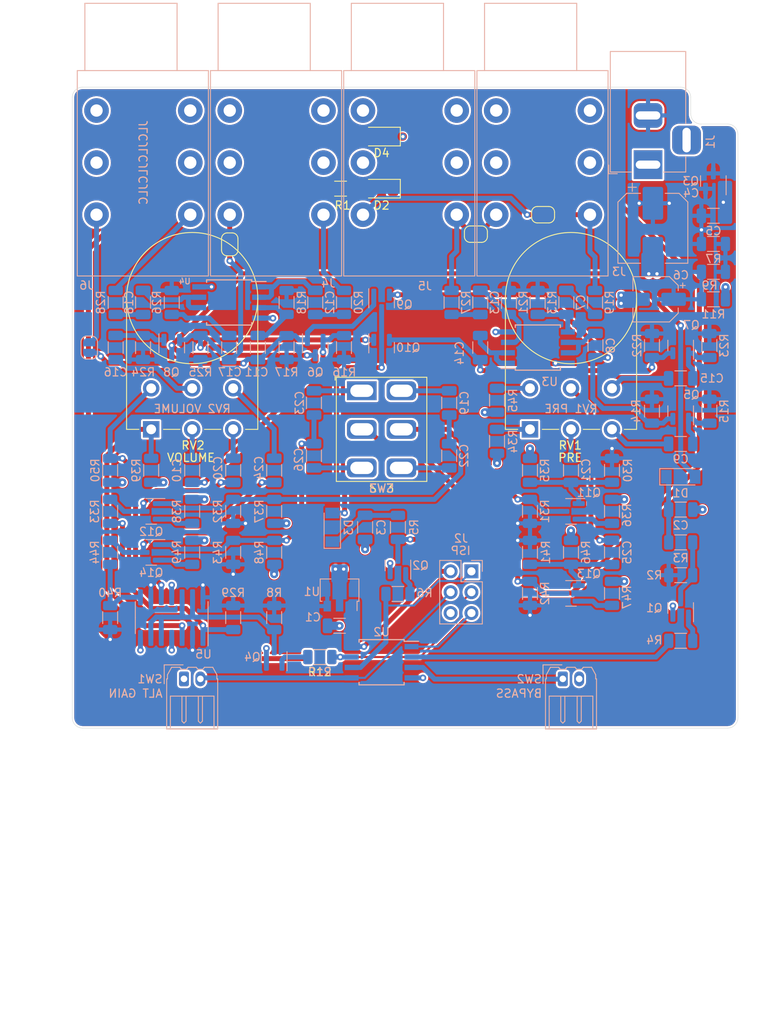
<source format=kicad_pcb>
(kicad_pcb (version 20211014) (generator pcbnew)
  (title_block (title "NABLOEI") (date "2022-09-23") (rev "1.0.0") (company "LAWAAI") (comment 1 "Thank you and have fun.") (comment 2 "Please do not replicate this circuit board and sell it as your own.") (comment 3 "This drawing is intended for people who enjoy building/modifying/repairing their pedals."))
  (layers (0 "F.Cu" mixed) (1 "In1.Cu" power) (2 "In2.Cu" power) (31 "B.Cu" mixed) (34 "B.Paste" user) (35 "F.Paste" user) (36 "B.SilkS" user "B.Silkscreen") (37 "F.SilkS" user "F.Silkscreen") (38 "B.Mask" user) (39 "F.Mask" user) (44 "Edge.Cuts" user))
  (net 0 "")
  (net 1 "GND")
  (net 2 "+5V")
  (net 3 "Net-(C2-Pad1)")
  (net 4 "Net-(C8-Pad2)")
  (net 5 "/Effect/EFFIN-A")
  (net 6 "Net-(C3-Pad1)")
  (net 7 "Net-(C9-Pad2)")
  (net 8 "Net-(C10-Pad1)")
  (net 9 "/Effect/EFFOUT-A")
  (net 10 "Net-(C12-Pad1)")
  (net 11 "/Effect/EFFIN-B")
  (net 12 "Net-(C14-Pad2)")
  (net 13 "Net-(C7-Pad2)")
  (net 14 "Net-(C7-Pad1)")
  (net 15 "+9V")
  (net 16 "+4V5")
  (net 17 "Net-(C13-Pad1)")
  (net 18 "Net-(C11-Pad1)")
  (net 19 "Net-(C12-Pad2)")
  (net 20 "TO-BYPASS-A")
  (net 21 "Net-(C13-Pad2)")
  (net 22 "/Effect/EFFOUT-B")
  (net 23 "Net-(C17-Pad1)")
  (net 24 "Net-(C18-Pad1)")
  (net 25 "Net-(C19-Pad2)")
  (net 26 "Net-(C15-Pad2)")
  (net 27 "Net-(C20-Pad1)")
  (net 28 "Net-(C16-Pad1)")
  (net 29 "Net-(C24-Pad1)")
  (net 30 "TO-BYPASS-B")
  (net 31 "Net-(C18-Pad2)")
  (net 32 "Net-(C22-Pad2)")
  (net 33 "Net-(C23-Pad1)")
  (net 34 "Net-(C19-Pad1)")
  (net 35 "Net-(C20-Pad2)")
  (net 36 "Net-(C21-Pad2)")
  (net 37 "Net-(C21-Pad1)")
  (net 38 "Net-(C25-Pad1)")
  (net 39 "EFFECT-AB")
  (net 40 "BYPASS-AB")
  (net 41 "Net-(C23-Pad2)")
  (net 42 "Net-(J1-Pad2)")
  (net 43 "Net-(C24-Pad2)")
  (net 44 "Net-(D2-Pad1)")
  (net 45 "Net-(D4-Pad2)")
  (net 47 "RST")
  (net 48 "Net-(J4-PadT)")
  (net 50 "FROM-BYPASS-A")
  (net 56 "FROM-BYPASS-B")
  (net 59 "EFFECT")
  (net 61 "A-THRU")
  (net 62 "B-THRU")
  (net 66 "Net-(J6-PadT)")
  (net 67 "Net-(Q1-Pad1)")
  (net 68 "ALT GAIN SWTCHS")
  (net 69 "Net-(D2-Pad2)")
  (net 70 "Net-(Q2-Pad1)")
  (net 71 "Net-(Q1-Pad3)")
  (net 72 "Net-(Q11-Pad2)")
  (net 73 "Net-(Q11-Pad3)")
  (net 74 "Net-(Q12-Pad2)")
  (net 75 "Net-(Q4-Pad1)")
  (net 76 "Net-(Q13-Pad3)")
  (net 77 "Net-(Q13-Pad2)")
  (net 78 "Net-(Q14-Pad2)")
  (net 79 "Net-(C25-Pad2)")
  (net 80 "Net-(C26-Pad2)")
  (net 81 "FSW BYPASS")
  (net 82 "FSW ALT GAIN {slash} MOSI")
  (net 83 "ALT GAIN {slash} SCK")
  (net 84 "BYPASS {slash} MISO")
  (net 85 "+8V")
  (net 86 "Net-(R29-Pad2)")
  (net 87 "Net-(R34-Pad1)")
  (net 88 "Net-(R39-Pad1)")
  (net 89 "Net-(R40-Pad2)")
  (net 90 "Net-(R45-Pad1)")
  (net 91 "Net-(R50-Pad1)")
  (net 92 "Net-(J3-PadT)")
  (net 93 "Net-(J4-PadTN)")
  (net 94 "Net-(J5-PadT)")
  (net 95 "Net-(J6-PadTN)")
  (footprint "Jumper:SolderJumper-2_P1.3mm_Open_RoundedPad1.0x1.5mm" (layer "F.Cu") (at 129.984477 57.5 -90)
    (fp_text reference "JP2")
    (fp_text value "SolderJumper_2_Open")
  )
  (footprint "Jumper:SolderJumper-2_P1.3mm_Open_RoundedPad1.0x1.5mm" (layer "F.Cu") (at 168.189465 53.88 180)
    (fp_text reference "JP1")
    (fp_text value "SolderJumper_2_Open")
  )
  (footprint "Resistor_SMD:R_1206_3216Metric" (layer "F.Cu") (at 140.96975 107.807 180)
    (fp_text reference "R12")
    (fp_text value "154r")
  )
  (footprint "Custom library:Switch_Dailywell_Electronics_1MD1T1B1M1QES_DPDT_ON-ON" (layer "F.Cu") (at 148.49975 80.0487)
    (fp_text reference "SW3")
    (fp_text value "SW_DPDT_x2")
  )
  (footprint "Resistor_SMD:R_1206_3216Metric" (layer "F.Cu") (at 143.49975 50.705)
    (fp_text reference "R1")
    (fp_text value "154r")
  )
  (footprint "Custom library:Potentiometer_Alpha_RV16A01F-41-15R1_Dual_Vertical" (layer "F.Cu") (at 125.40345 64.0487)
    (fp_text reference "RV2")
    (fp_text value "A100k")
  )
  (footprint "LED_SMD:LED_1206_3216Metric" (layer "F.Cu") (at 148.49975 44.355 180)
    (fp_text reference "D4")
    (fp_text value "LED_RD")
  )
  (footprint "Jumper:SolderJumper-2_P1.3mm_Open_RoundedPad1.0x1.5mm" (layer "F.Cu") (at 160 56.25)
    (fp_text reference "JP3")
    (fp_text value "SolderJumper_2_Open")
  )
  (footprint "Custom library:Potentiometer_Alpha_RV16A01F-41-15R1_Dual_Vertical" (layer "F.Cu") (at 171.59605 64.0487)
    (fp_text reference "RV1")
    (fp_text value "B100k")
  )
  (footprint "LED_SMD:LED_1206_3216Metric" (layer "F.Cu") (at 148.49975 50.705 180)
    (fp_text reference "D2")
    (fp_text value "LED_OR")
  )
  (footprint "Connector_PinHeader_2.54mm:PinHeader_2x03_P2.54mm_Vertical" (layer "B.Cu") (at 159.455 97.361 180)
    (fp_text reference "J2")
    (fp_text value "Conn_02x03")
  )
  (footprint "Capacitor_SMD:C_1206_3216Metric" (layer "B.Cu") (at 156.745892 76.8237 90)
    (fp_text reference "C19")
    (fp_text value "100n")
  )
  (footprint "Resistor_SMD:R_1206_3216Metric" (layer "B.Cu") (at 162.577034 76.5112 -90)
    (fp_text reference "R45")
    (fp_text value "4k7")
  )
  (footprint "Resistor_SMD:R_1206_3216Metric" (layer "B.Cu") (at 143.912 70.08 90)
    (fp_text reference "R16")
    (fp_text value "1M")
  )
  (footprint "Resistor_SMD:R_1206_3216Metric" (layer "B.Cu") (at 171.59605 95.0487 90)
    (fp_text reference "R46")
    (fp_text value "47k")
  )
  (footprint "Resistor_SMD:R_1206_3216Metric" (layer "B.Cu") (at 188.965283 60.8505 180)
    (fp_text reference "R9")
    (fp_text value "21k")
  )
  (footprint "Capacitor_SMD:C_1206_3216Metric" (layer "B.Cu") (at 116.075917 70.08 -90)
    (fp_text reference "C16")
    (fp_text value "100n")
  )
  (footprint "Capacitor_SMD:C_1206_3216Metric" (layer "B.Cu") (at 184.96975 89.83)
    (fp_text reference "C2")
    (fp_text value "0.47u")
  )
  (footprint "Resistor_SMD:R_1206_3216Metric" (layer "B.Cu") (at 166.59605 95.0487 -90)
    (fp_text reference "R41")
    (fp_text value "470k")
  )
  (footprint "Diode_SMD:D_MiniMELF" (layer "B.Cu") (at 184.96975 85.83)
    (fp_text reference "D1")
    (fp_text value "LL4148")
  )
  (footprint "Resistor_SMD:R_1206_3216Metric" (layer "B.Cu") (at 150.49 100.12 180)
    (fp_text reference "R6")
    (fp_text value "1k")
  )
  (footprint "Resistor_SMD:R_1206_3216Metric" (layer "B.Cu") (at 130.40345 102.9995 -90)
    (fp_text reference "R29")
    (fp_text value "470k")
  )
  (footprint "Package_SO:SOIC-8W_5.3x5.3mm_P1.27mm" (layer "B.Cu") (at 129.912167 64.58 180)
    (fp_text reference "U4")
    (fp_text value "TL072")
  )
  (footprint "Resistor_SMD:R_1206_3216Metric" (layer "B.Cu") (at 166.59605 100.0487 90)
    (fp_text reference "R42")
    (fp_text value "10k")
  )
  (footprint "Resistor_SMD:R_1206_3216Metric" (layer "B.Cu") (at 136.912 70.08 90)
    (fp_text reference "R17")
    (fp_text value "1M")
  )
  (footprint "Package_TO_SOT_SMD:SOT-23" (layer "B.Cu") (at 184.96975 77.83 90)
    (fp_text reference "Q5")
    (fp_text value "MMBFJ211")
  )
  (footprint "Capacitor_SMD:C_1206_3216Metric" (layer "B.Cu") (at 146.49 92 -90)
    (fp_text reference "C3")
    (fp_text value "0.47u")
  )
  (footprint "Package_TO_SOT_SMD:SOT-23" (layer "B.Cu") (at 148.49975 70.08 -90)
    (fp_text reference "Q10")
    (fp_text value "MMBFJ211")
  )
  (footprint "Capacitor_SMD:C_1206_3216Metric" (layer "B.Cu") (at 171.031583 64.58 90)
    (fp_text reference "C7")
    (fp_text value "100n")
  )
  (footprint "Package_TO_SOT_SMD:SOT-23" (layer "B.Cu") (at 184.96975 69.83 90)
    (fp_text reference "Q7")
    (fp_text value "MMBFJ211")
  )
  (footprint "Capacitor_SMD:C_1206_3216Metric" (layer "B.Cu") (at 188.965283 54.0135)
    (fp_text reference "C5")
    (fp_text value "100n")
  )
  (footprint "Capacitor_SMD:C_1206_3216Metric" (layer "B.Cu") (at 156.745892 83.2737 -90)
    (fp_text reference "C22")
    (fp_text value "10n")
  )
  (footprint "Resistor_SMD:R_1206_3216Metric" (layer "B.Cu") (at 162.577034 81.5112 -90)
    (fp_text reference "R34")
    (fp_text value "4k7")
  )
  (footprint "Resistor_SMD:R_1206_3216Metric" (layer "B.Cu") (at 116.075917 64.58 -90)
    (fp_text reference "R28")
    (fp_text value "1k")
  )
  (footprint "Capacitor_SMD:CP_Elec_5x5.4" (layer "B.Cu") (at 181.90795 64.193667 180)
    (fp_text reference "C6")
    (fp_text value "47u")
  )
  (footprint "Resistor_SMD:R_1206_3216Metric" (layer "B.Cu") (at 188.96495 64.194)
    (fp_text reference "R11")
    (fp_text value "27k")
  )
  (footprint "Resistor_SMD:R_1206_3216Metric" (layer "B.Cu") (at 166.59605 85.0487 90)
    (fp_text reference "R35")
    (fp_text value "47k")
  )
  (footprint "Capacitor_SMD:C_1206_3216Metric" (layer "B.Cu") (at 184.96975 81.83)
    (fp_text reference "C9")
    (fp_text value "100n")
  )
  (footprint "Package_SO:SOIC-8W_5.3x5.3mm_P1.27mm" (layer "B.Cu") (at 148.49975 108.442 180)
    (fp_text reference "U2")
    (fp_text value "ATtiny85-20S")
  )
  (footprint "Resistor_SMD:R_1206_3216Metric" (layer "B.Cu") (at 119.412 70.08 90)
    (fp_text reference "R24")
    (fp_text value "1M")
  )
  (footprint "Connector_Audio:Jack_6.35mm_Neutrik_NRJ6HM-1_Horizontal" (layer "B.Cu") (at 157.659471 53.88 90)
    (fp_text reference "J5")
    (fp_text value "NRJ6HM-1")
  )
  (footprint "Resistor_SMD:R_1206_3216Metric" (layer "B.Cu") (at 136.912 64.58 -90)
    (fp_text reference "R18")
    (fp_text value "1M")
  )
  (footprint "Resistor_SMD:R_1206_3216Metric" (layer "B.Cu") (at 130.40345 90.0487 90)
    (fp_text reference "R32")
    (fp_text value "470k")
  )
  (footprint "Capacitor_SMD:C_1206_3216Metric" (layer "B.Cu") (at 160.531583 64.58 -90)
    (fp_text reference "C13")
    (fp_text value "100n")
  )
  (footprint "Resistor_SMD:R_1206_3216Metric" (layer "B.Cu") (at 135.40345 102.9995 -90)
    (fp_text reference "R8")
    (fp_text value "1k")
  )
  (footprint "Resistor_SMD:R_1206_3216Metric" (layer "B.Cu") (at 174.531583 64.58 90)
    (fp_text reference "R19")
    (fp_text value "10k")
  )
  (footprint "Resistor_SMD:R_1206_3216Metric" (layer "B.Cu") (at 140.96975 107.807)
    (fp_text reference "R10")
    (fp_text value "1k")
  )
  (footprint "Resistor_SMD:R_1206_3216Metric" (layer "B.Cu") (at 184.96975 93.83)
    (fp_text reference "R3")
    (fp_text value "120k")
  )
  (footprint "Resistor_SMD:R_1206_3216Metric" (layer "B.Cu") (at 164.031583 64.58 -90)
    (fp_text reference "R21")
    (fp_text value "1M")
  )
  (footprint "Package_TO_SOT_SMD:SOT-23" (layer "B.Cu") (at 135.40375 107.807 90)
    (fp_text reference "Q4")
    (fp_text value "MMBT5088L")
  )
  (footprint "Resistor_SMD:R_1206_3216Metric" (layer "B.Cu") (at 115.40345 90.0487 90)
    (fp_text reference "R33")
    (fp_text value "10k")
  )
  (footprint "Resistor_SMD:R_1206_3216Metric" (layer "B.Cu") (at 184.96975 97.83)
    (fp_text reference "R2")
    (fp_text value "1k")
  )
  (footprint "Capacitor_SMD:C_1206_3216Metric" (layer "B.Cu") (at 184.96975 73.83)
    (fp_text reference "C15")
    (fp_text value "100n")
  )
  (footprint "Diode_SMD:D_MiniMELF" (layer "B.Cu") (at 142.49 92 90)
    (fp_text reference "D3")
    (fp_text value "LL4148")
  )
  (footprint "Package_TO_SOT_SMD:SOT-23" (layer "B.Cu") (at 122.912 70.08 -90)
    (fp_text reference "Q8")
    (fp_text value "MMBFJ211")
  )
  (footprint "Resistor_SMD:R_1206_3216Metric" (layer "B.Cu") (at 176.59605 100.0487 90)
    (fp_text reference "R47")
    (fp_text value "330r")
  )
  (footprint "Resistor_SMD:R_1206_3216Metric" (layer "B.Cu") (at 122.912 64.58 -90)
    (fp_text reference "R26")
    (fp_text value "1M")
  )
  (footprint "Resistor_SMD:R_1206_3216Metric" (layer "B.Cu") (at 188.46975 69.83 -90)
    (fp_text reference "R23")
    (fp_text value "1M")
  )
  (footprint "Resistor_SMD:R_1206_3216Metric" (layer "B.Cu") (at 125.40345 90.0487 90)
    (fp_text reference "R38")
    (fp_text value "330r")
  )
  (footprint "Capacitor_SMD:C_1206_3216Metric" (layer "B.Cu") (at 133.412 70.08 -90)
    (fp_text reference "C11")
    (fp_text value "100n")
  )
  (footprint "Package_TO_SOT_SMD:SOT-23" (layer "B.Cu") (at 184.96975 101.83 90)
    (fp_text reference "Q1")
    (fp_text value "MMBT5088L")
  )
  (footprint "Capacitor_SMD:CP_Elec_8x5.4" (layer "B.Cu") (at 181.580283 55.536667 -90)
    (fp_text reference "C4")
    (fp_text value "100u")
  )
  (footprint "Capacitor_SMD:C_1206_3216Metric" (layer "B.Cu") (at 140.412 64.58 90)
    (fp_text reference "C12")
    (fp_text value "100n")
  )
  (footprint "Package_TO_SOT_SMD:SOT-23" (layer "B.Cu") (at 150.49 96.64 90)
    (fp_text reference "Q2")
    (fp_text value "MMBT5088L")
  )
  (footprint "Connector_Audio:Jack_6.35mm_Neutrik_NRJ6HM-1_Horizontal" (layer "B.Cu") (at 141.414477 53.88 90)
    (fp_text reference "J4")
    (fp_text value "NRJ6HM-1")
  )
  (footprint "Capacitor_SMD:C_1206_3216Metric" (layer "B.Cu") (at 143.37475 103.997 180)
    (fp_text reference "C1")
    (fp_text value "100n")
  )
  (footprint "Resistor_SMD:R_1206_3216Metric" (layer "B.Cu") (at 126.412 70.08 90)
    (fp_text reference "R25")
    (fp_text value "1M")
  )
  (footprint "Package_TO_SOT_SMD:SOT-23" (layer "B.Cu") (at 171.59605 90.0487 180)
    (fp_text reference "Q11")
    (fp_text value "MMBT5088L")
  )
  (footprint "Capacitor_SMD:C_1206_3216Metric" (layer "B.Cu") (at 130.40345 85.0487 -90)
    (fp_text reference "C20")
    (fp_text value "100n")
  )
  (footprint "Resistor_SMD:R_1206_3216Metric" (layer "B.Cu") (at 125.40345 95.0487 90)
    (fp_text reference "R49")
    (fp_text value "330r")
  )
  (footprint "Capacitor_SMD:C_1206_3216Metric" (layer "B.Cu") (at 176.59605 95.0487 90)
    (fp_text reference "C25")
    (fp_text value "100n")
  )
  (footprint "Connector_Audio:Jack_6.35mm_Neutrik_NRJ6HM-1_Horizontal" (layer "B.Cu") (at 125.169483 53.88 90)
    (fp_text reference "J6")
    (fp_text value "NRJ6HM-1")
  )
  (footprint "Package_TO_SOT_SMD:SOT-23" (layer "B.Cu") (at 188.951083 49.78 90)
    (fp_text reference "Q3")
    (fp_text value "See comment")
  )
  (footprint "Package_TO_SOT_SMD:SOT-23" (layer "B.Cu") (at 148.49975 64.58 -90)
    (fp_text reference "Q9")
    (fp_text value "MMBFJ211")
  )
  (footprint "Resistor_SMD:R_1206_3216Metric" (layer "B.Cu") (at 167.531583 64.58 -90)
    (fp_text reference "R13")
    (fp_text value "1M")
  )
  (footprint "Resistor_SMD:R_1206_3216Metric" (layer "B.Cu") (at 135.40345 95.0487 -90)
    (fp_text reference "R48")
    (fp_text value "47k")
  )
  (footprint "Resistor_SMD:R_1206_3216Metric" (layer "B.Cu") (at 181.46975 69.83 -90)
    (fp_text reference "R22")
    (fp_text value "1M")
  )
  (footprint "Resistor_SMD:R_1206_3216Metric" (layer "B.Cu") (at 176.59605 85.0487 -90)
    (fp_text reference "R30")
    (fp_text value "470k")
  )
  (footprint "Resistor_SMD:R_1206_3216Metric" (layer "B.Cu") (at 130.40345 95.0487 90)
    (fp_text reference "R43")
    (fp_text value "470k")
  )
  (footprint "Resistor_SMD:R_1206_3216Metric" (layer "B.Cu") (at 115.40345 95.0487 90)
    (fp_text reference "R44")
    (fp_text value "10k")
  )
  (footprint "Package_TO_SOT_SMD:SOT-23" (layer "B.Cu") (at 171.59605 100.0487 180)
    (fp_text reference "Q13")
    (fp_text value "MMBT5088L")
  )
  (footprint "Package_TO_SOT_SMD:SOT-89-3" (layer "B.Cu") (at 143.37475 99.952 90)
    (fp_text reference "U1")
    (fp_text value "UA78L05A")
  )
  (footprint "Connector_BarrelJack:BarrelJack_Horizontal" (layer "B.Cu") (at 180.989959 47.78 -90)
    (fp_text reference "J1")
    (fp_text value "Barrel_Jack_Switch")
  )
  (footprint "Resistor_SMD:R_1206_3216Metric" (layer "B.Cu") (at 120.40345 85.0487 -90)
    (fp_text reference "R39")
    (fp_text value "4k7")
  )
  (footprint "Connector_Molex:Molex_Micro-Latch_53254-0270_1x02_P2.00mm_Horizontal" (layer "B.Cu") (at 124.403 110.47)
    (fp_text reference "SW1")
    (fp_text value "SW_SPST")
  )
  (footprint "Package_TO_SOT_SMD:SOT-23" (layer "B.Cu") (at 120.40345 90.0487 180)
    (fp_text reference "Q12")
    (fp_text value "MMBT5088L")
  )
  (footprint "Connector_Molex:Molex_Micro-Latch_53254-0270_1x02_P2.00mm_Horizontal" (layer "B.Cu") (at 170.596 110.47)
    (fp_text reference "SW2")
    (fp_text value "SW_SPST")
  )
  (footprint "Capacitor_SMD:C_1206_3216Metric" (layer "B.Cu") (at 160.531183 70.08 90)
    (fp_text reference "C14")
    (fp_text value "100n")
  )
  (footprint "Capacitor_SMD:C_1206_3216Metric" (layer "B.Cu") (at 140.253608 83.2737 -90)
    (fp_text reference "C26")
    (fp_text value "10n")
  )
  (footprint "Resistor_SMD:R_1206_3216Metric" (layer "B.Cu") (at 188.965283 57.447)
    (fp_text reference "R7")
    (fp_text value "6k04")
  )
  (footprint "Resistor_SMD:R_1206_3216Metric" (layer "B.Cu") (at 184.96975 105.83 180)
    (fp_text reference "R4")
    (fp_text value "1k")
  )
  (footprint "Package_TO_SOT_SMD:SOT-23" (layer "B.Cu") (at 140.412 70.08 -90)
    (fp_text reference "Q6")
    (fp_text value "MMBFJ211")
  )
  (footprint "Capacitor_SMD:C_1206_3216Metric" (layer "B.Cu") (at 174.57925 69.83 90)
    (fp_text reference "C8")
    (fp_text value "100n")
  )
  (footprint "Capacitor_SMD:C_1206_3216Metric" (layer "B.Cu") (at 135.40345 85.0487 -90)
    (fp_text reference "C24")
    (fp_text value "100n")
  )
  (footprint "Resistor_SMD:R_1206_3216Metric" (layer "B.Cu") (at 157.031583 64.58 90)
    (fp_text reference "R27")
    (fp_text value "10k")
  )
  (footprint "Capacitor_SMD:C_1206_3216Metric" (layer "B.Cu") (at 119.412 64.58 90)
    (fp_text reference "C18")
    (fp_text value "100n")
  )
  (footprint "Connector_Audio:Jack_6.35mm_Neutrik_NRJ6HM-1_Horizontal" (layer "B.Cu") (at 173.904465 53.88 90)
    (fp_text reference "J3")
    (fp_text value "NRJ6HM-1")
  )
  (footprint "Resistor_SMD:R_1206_3216Metric" (layer "B.Cu") (at 188.46975 77.83 -90)
    (fp_text reference "R15")
    (fp_text value "1M")
  )
  (footprint "Jumper:SolderJumper-2_P1.3mm_Open_RoundedPad1.0x1.5mm" (layer "B.Cu") (at 112.85275 70.08 -90)
    (fp_text reference "JP4")
    (fp_text value "SolderJumper_2_Open")
  )
  (footprint "Capacitor_SMD:C_1206_3216Metric" (layer "B.Cu") (at 140.253608 76.8237 90)
    (fp_text reference "C23")
    (fp_text value "100n")
  )
  (footprint "Package_TO_SOT_SMD:SOT-23" (layer "B.Cu") (at 120.40345 95.0487 180)
    (fp_text reference "Q14")
    (fp_text value "MMBT5088L")
  )
  (footprint "Resistor_SMD:R_1206_3216Metric" (layer "B.Cu") (at 166.59605 90.0487 90)
    (fp_text reference "R31")
    (fp_text value "10k")
  )
  (footprint "Resistor_SMD:R_1206_3216Metric" (layer "B.Cu") (at 115.40345 102.9995 90)
    (fp_text reference "R40")
    (fp_text value "470k")
  )
  (footprint "Resistor_SMD:R_1206_3216Metric" (layer "B.Cu") (at 181.46975 77.83 -90)
    (fp_text reference "R14")
    (fp_text value "1M")
  )
  (footprint "Capacitor_SMD:C_1206_3216Metric" (layer "B.Cu") (at 129.912 70.08 -90)
    (fp_text reference "C17")
    (fp_text value "100n")
  )
  (footprint "Package_SO:SOIC-8W_5.3x5.3mm_P1.27mm" (layer "B.Cu") (at 167.555383 70.08)
    (fp_text reference "U3")
    (fp_text value "TL072")
  )
  (footprint "Resistor_SMD:R_1206_3216Metric" (layer "B.Cu") (at 176.59605 90.0487 90)
    (fp_text reference "R36")
    (fp_text value "330r")
  )
  (footprint "Resistor_SMD:R_1206_3216Metric" (layer "B.Cu") (at 143.912 64.58 -90)
    (fp_text reference "R20")
    (fp_text value "1k")
  )
  (footprint "Resistor_SMD:R_1206_3216Metric" (layer "B.Cu") (at 115.40345 85.0487 -90)
    (fp_text reference "R50")
    (fp_text value "4k7")
  )
  (footprint "Capacitor_SMD:C_1206_3216Metric" (layer "B.Cu") (at 125.40345 85.0487 90)
    (fp_text reference "C10")
    (fp_text value "100n")
  )
  (footprint "Resistor_SMD:R_1206_3216Metric" (layer "B.Cu") (at 135.40345 90.0487 -90)
    (fp_text reference "R37")
    (fp_text value "47k")
  )
  (footprint "Capacitor_SMD:C_1206_3216Metric" (layer "B.Cu") (at 171.59605 85.0487 90)
    (fp_text reference "C21")
    (fp_text value "100n")
  )
  (footprint "Package_SO:SOIC-14_3.9x8.7mm_P1.27mm" (layer "B.Cu") (at 122.90375 102.9995 90)
    (fp_text reference "U5")
    (fp_text value "4066")
  )
  (footprint "Resistor_SMD:R_1206_3216Metric" (layer "B.Cu") (at 150.49 92 -90)
    (fp_text reference "R5")
    (fp_text value "120k")
  )
  (gr_arc (start 184.95075 38.33) (mid 185.834633 38.696117) (end 186.20075 39.58) (layer "Edge.Cuts") (width 0.05))
  (gr_line (start 110.77975 39.58) (end 110.77975 115.21) (layer "Edge.Cuts") (width 0.05))
  (gr_line (start 112.02975 38.33) (end 184.95075 38.33) (layer "Edge.Cuts") (width 0.05))
  (gr_arc (start 110.77975 39.58) (mid 111.145867 38.696117) (end 112.02975 38.33) (layer "Edge.Cuts") (width 0.05))
  (gr_arc (start 191.95075 115.21) (mid 191.585234 116.097425) (end 190.70075 116.47) (layer "Edge.Cuts") (width 0.05))
  (gr_line (start 112.03975 116.47) (end 190.70075 116.47) (layer "Edge.Cuts") (width 0.05))
  (gr_arc (start 112.03975 116.47) (mid 111.148795 116.100955) (end 110.77975 115.21) (layer "Edge.Cuts") (width 0.05))
  (gr_line (start 187.45075 42.83) (end 190.70075 42.83) (layer "Edge.Cuts") (width 0.05))
  (gr_arc (start 190.70075 42.83) (mid 191.584633 43.196117) (end 191.95075 44.08) (layer "Edge.Cuts") (width 0.05))
  (gr_arc (start 187.45075 42.83) (mid 186.566867 42.463883) (end 186.20075 41.58) (layer "Edge.Cuts") (width 0.05))
  (gr_line (start 191.95075 44.08) (end 191.95075 115.21) (layer "Edge.Cuts") (width 0.05))
  (gr_line (start 186.20075 41.58) (end 186.20075 39.58) (layer "Edge.Cuts") (width 0.05))
  (gr_text "BYPASS" (at 165.25 112.25) (layer "B.SilkS") (effects (font (size 1 1)) (justify mirror)))
  (gr_text "ISP" (at 158.143 94.842) (layer "B.SilkS") (effects (font (size 1 1)) (justify mirror)))
  (gr_text "JLCJLCJLCJLC" (at 119.454483 47.53 90) (layer "B.SilkS") (effects (font (size 1 1)) (justify mirror)))
  (gr_text "RV1 PRE" (at 171.59605 77.5487) (layer "B.SilkS") (effects (font (size 1 1)) (justify mirror)))
  (gr_text "ALT GAIN" (at 118.5 112.25) (layer "B.SilkS") (effects (font (size 1 1)) (justify mirror)))
  (gr_text "SW3" (at 148.5 87.25) (layer "B.SilkS") (effects (font (size 1 1)) (justify mirror)))
  (gr_text "RV2 VOLUME" (at 125.40345 77.5487) (layer "B.SilkS") (effects (font (size 1 1)) (justify mirror)))
  (gr_text "VOLUME" (at 125.25 83.5) (layer "F.SilkS") (effects (font (size 1 1))))
  (gr_text "PRE" (at 171.5 83.5) (layer "F.SilkS") (effects (font (size 1 1))))
  (segment (start 151.09975 44.355) (end 149.89975 44.355) (width 1) (layer "F.Cu") (net 1))
  (via (at 190.43995 62.694) (size 0.8) (drill 0.4) (layers "F.Cu" "B.Cu") (net 1))
  (via (at 178.09605 98.5862) (size 0.8) (drill 0.4) (layers "F.Cu" "B.Cu") (net 1))
  (via (at 134.45375 106.7445) (size 0.8) (drill 0.4) (layers "F.Cu" "B.Cu") (net 1))
  (via (at 121.90345 86.5237) (size 0.8) (drill 0.4) (layers "F.Cu" "B.Cu") (net 1))
  (via (at 149.54 96.3775) (size 0.8) (drill 0.4) (layers "F.Cu" "B.Cu") (net 1))
  (via (at 162.577034 84.1737) (size 0.8) (drill 0.4) (layers "F.Cu" "B.Cu") (net 1))
  (via (at 146.49 94.675) (size 0.8) (drill 0.4) (layers "F.Cu" "B.Cu") (net 1))
  (via (at 126.90345 88.5862) (size 0.8) (drill 0.4) (layers "F.Cu" "B.Cu") (net 1))
  (via (at 143.87475 97.0895) (size 0.8) (drill 0.4) (layers "F.Cu" "B.Cu") (net 1))
  (via (at 135.25 66.5) (size 0.8) (drill 0.4) (layers "F.Cu" "B.Cu") (net 1))
  (via (at 116.90345 86.5237) (size 0.8) (drill 0.4) (layers "F.Cu" "B.Cu") (net 1))
  (via (at 122.90375 106.9745) (size 0.8) (drill 0.4) (layers "F.Cu" "B.Cu") (net 1))
  (via (at 122.90375 99.0245) (size 0.8) (drill 0.4) (layers "F.Cu" "B.Cu") (net 1))
  (via (at 161.077034 77.9737) (size 0.8) (drill 0.4) (layers "F.Cu" "B.Cu") (net 1))
  (via (at 184.01975 101.5675) (size 0.8) (drill 0.4) (layers "F.Cu" "B.Cu") (net 1))
  (via (at 178.09605 88.5862) (size 0.8) (drill 0.4) (layers "F.Cu" "B.Cu") (net 1))
  (via (at 166.59605 82.3862) (size 0.8) (drill 0.4) (layers "F.Cu" "B.Cu") (net 1))
  (via (at 126.90345 93.5862) (size 0.8) (drill 0.4) (layers "F.Cu" "B.Cu") (net 1))
  (via (at 177.70795 63.693667) (size 0.8) (drill 0.4) (layers "F.Cu" "B.Cu") (net 1))
  (via (at 177.70795 64.693667) (size 0.8) (drill 0.4) (layers "F.Cu" "B.Cu") (net 1))
  (via (at 135.40345 97.7112) (size 0.8) (drill 0.4) (layers "F.Cu" "B.Cu") (net 1))
  (via (at 190.170683 52.3655) (size 0.8) (drill 0.4) (layers "F.Cu" "B.Cu") (net 1))
  (via (at 181.080283 61.086667) (size 0.8) (drill 0.4) (layers "F.Cu" "B.Cu") (net 1))
  (via (at 171.59605 92.3862) (size 0.8) (drill 0.4) (layers "F.Cu" "B.Cu") (net 1))
  (via (at 187.64475 89.83) (size 0.8) (drill 0.4) (layers "F.Cu" "B.Cu") (net 1))
  (via (at 153.54 110.347) (size 0.8) (drill 0.4) (layers "F.Cu" "B.Cu") (net 1))
  (via (at 151.09975 44.355) (size 0.8) (drill 0.4) (layers "F.Cu" "B.Cu") (net 1))
  (via (at 143.37475 103.997) (size 0.8) (drill 0.4) (layers "F.Cu" "B.Cu") (net 1))
  (via (at 142.87475 97.0895) (size 0.8) (drill 0.4) (layers "F.Cu" "B.Cu") (net 1))
  (via (at 136.90345 91.5112) (size 0.8) (drill 0.4) (layers "F.Cu" "B.Cu") (net 1))
  (via (at 182.080283 61.086667) (size 0.8) (drill 0.4) (layers "F.Cu" "B.Cu") (net 1))
  (via (at 119.09375 106.9745) (size 0.8) (drill 0.4) (layers "F.Cu" "B.Cu") (net 1))
  (via (at 162.405383 68.175) (size 0.8) (drill 0.4) (layers "F.Cu" "B.Cu") (net 1))
  (segment (start 135.40345 97.7112) (end 135.40345 96.5112) (width 1) (layer "B.Cu") (net 1))
  (segment (start 122.90375 100.5245) (end 122.90375 99.0245) (width 0.6) (layer "B.Cu") (net 1))
  (segment (start 178.09605 88.5862) (end 176.59605 88.5862) (width 1) (layer "B.Cu") (net 1))
  (segment (start 136.90345 91.5112) (end 135.40345 91.5112) (width 1) (layer "B.Cu") (net 1))
  (segment (start 190.43995 62.8395) (end 190.42745 62.852) (width 1) (layer "B.Cu") (net 1))
  (segment (start 134.45375 108.7445) (end 134.45375 106.7445) (width 0.6) (layer "B.Cu") (net 1))
  (segment (start 122.90375 105.4745) (end 122.90375 106.9745) (width 0.6) (layer "B.Cu") (net 1))
  (segment (start 141.89975 103.997) (end 143.37475 103.997) (width 1) (layer "B.Cu") (net 1))
  (segment (start 176.59605 98.5862) (end 178.09605 98.5862) (width 1) (layer "B.Cu") (net 1))
  (segment (start 121.90345 86.5237) (end 120.41595 86.5237) (width 1) (layer "B.Cu") (net 1))
  (segment (start 163.905383 68.175) (end 162.405383 68.175) (width 0.6) (layer "B.Cu") (net 1))
  (segment (start 126.90345 93.5862) (end 125.40345 93.5862) (width 1) (layer "B.Cu") (net 1))
  (segment (start 119.09375 105.4745) (end 119.09375 106.9745) (width 0.6) (layer "B.Cu") (net 1))
  (segment (start 116.90345 86.5237) (end 115.41595 86.5237) (width 1) (layer "B.Cu") (net 1))
  (segment (start 149.54 97.5775) (end 149.54 96.3775) (width 0.6) (layer "B.Cu") (net 1))
  (segment (start 186.44475 89.83) (end 187.64475 89.83) (width 1) (layer "B.Cu") (net 1))
  (segment (start 115.41595 86.5237) (end 115.40345 86.5112) (width 1) (layer "B.Cu") (net 1))
  (segment (start 146.49 93.475) (end 146.49 94.675) (width 1) (layer "B.Cu") (net 1))
  (segment (start 125.40345 88.5862) (end 126.90345 88.5862) (width 1) (layer "B.Cu") (net 1))
  (segment (start 166.59605 83.5862) (end 166.59605 82.3862) (width 1) (layer "B.Cu") (net 1))
  (segment (start 190.43995 62.694) (end 190.43995 64.1815) (width 1) (layer "B.Cu") (net 1))
  (segment (start 162.577034 77.9737) (end 161.077034 77.9737) (width 1) (layer "B.Cu") (net 1))
  (segment (start 184.01975 102.7675) (end 184.01975 101.5675) (width 0.6) (layer "B.Cu") (net 1))
  (segment (start 133.562167 66.485) (end 135.235 66.485) (width 0.6) (layer "B.Cu") (net 1))
  (segment (start 135.235 66.485) (end 135.25 66.5) (width 0.6) (layer "B.Cu") (net 1))
  (segment (start 171.59605 92.3862) (end 171.59605 93.5862) (width 1) (layer "B.Cu") (net 1))
  (segment (start 153.54 110.347) (end 152.14975 110.347) (width 0.6) (layer "B.Cu") (net 1))
  (segment (start 162.577034 84.1737) (end 162.577034 82.9737) (width 1) (layer "B.Cu") (net 1))
  (segment (start 120.41595 86.5237) (end 120.40345 86.5112) (width 1) (layer "B.Cu") (net 1))
  (segment (start 155.52575 97.361) (end 146.34975 106.537) (width 0.6) (layer "F.Cu") (net 2))
  (segment (start 156.915 97.361) (end 155.52575 97.361) (width 0.6) (layer "F.Cu") (net 2))
  (via (at 146.34975 106.537) (size 0.8) (drill 0.4) (layers "F.Cu" "B.Cu") (net 2))
  (segment (start 144.84975 106.537) (end 146.34975 106.537) (width 0.6) (layer "B.Cu") (net 2))
  (segment (start 183.50725 89.8425) (end 183.49475 89.83) (width 0.6) (layer "B.Cu") (net 3))
  (segment (start 183.50725 93.83) (end 183.50725 89.8425) (width 0.6) (layer "B.Cu") (net 3))
  (segment (start 183.49475 89.83) (end 183.49475 86.105) (width 0.6) (layer "B.Cu") (net 3))
  (segment (start 183.49475 86.105) (end 183.21975 85.83) (width 0.6) (layer "B.Cu") (net 3))
  (segment (start 172.5 70.5) (end 172.5 69.445) (width 0.6) (layer "B.Cu") (net 4))
  (segment (start 174.145 68.355) (end 174.57925 68.355) (width 0.6) (layer "B.Cu") (net 4))
  (segment (start 172.805 69.445) (end 171.205383 69.445) (width 0.6) (layer "B.Cu") (net 4))
  (segment (start 173.055 69.445) (end 172.805 69.445) (width 0.6) (layer "B.Cu") (net 4))
  (segment (start 171.205383 70.715) (end 172.285 70.715) (width 0.6) (layer "B.Cu") (net 4))
  (segment (start 174.145 68.355) (end 173.055 69.445) (width 0.6) (layer "B.Cu") (net 4))
  (segment (start 172.285 70.715) (end 172.5 70.5) (width 0.6) (layer "B.Cu") (net 4))
  (segment (start 183.49475 81.83) (end 178.37735 81.83) (width 0.6) (layer "B.Cu") (net 5))
  (segment (start 178.37735 81.83) (end 176.59605 80.0487) (width 0.6) (layer "B.Cu") (net 5))
  (segment (start 150.49 90.5375) (end 146.5025 90.5375) (width 0.6) (layer "B.Cu") (net 6))
  (segment (start 146.5025 90.5375) (end 146.49 90.525) (width 0.6) (layer "B.Cu") (net 6))
  (segment (start 146.49 90.525) (end 146.225 90.525) (width 0.6) (layer "B.Cu") (net 6))
  (segment (start 146.225 90.525) (end 143 93.75) (width 0.6) (layer "B.Cu") (net 6))
  (segment (start 143 93.75) (end 142.49 93.75) (width 0.6) (layer "B.Cu") (net 6))
  (segment (start 186.44475 81.83) (end 186.44475 80.745) (width 0.6) (layer "B.Cu") (net 7))
  (segment (start 185.91975 78.7675) (end 186.46725 78.7675) (width 0.6) (layer "B.Cu") (net 7))
  (segment (start 186.46725 78.7675) (end 186.99225 79.2925) (width 0.6) (layer "B.Cu") (net 7))
  (segment (start 186.99225 79.2925) (end 188.46975 79.2925) (width 0.6) (layer "B.Cu") (net 7))
  (segment (start 185.91975 80.22) (end 185.91975 78.7675) (width 0.6) (layer "B.Cu") (net 7))
  (segment (start 186.44475 80.745) (end 185.91975 80.22) (width 0.6) (layer "B.Cu") (net 7))
  (segment (start 141.362 72.06515) (end 141.362 70.6425) (width 0.6) (layer "F.Cu") (net 8))
  (segment (start 126.90345 86.5237) (end 141.362 72.06515) (width 0.6) (layer "F.Cu") (net 8))
  (via (at 141.362 70.6425) (size 0.8) (drill 0.4) (layers "F.Cu" "B.Cu") (net 8))
  (via (at 126.90345 86.5237) (size 0.8) (drill 0.4) (layers "F.Cu" "B.Cu") (net 8))
  (segment (start 142.103063 69.1425) (end 141.362 69.1425) (width 0.6) (layer "B.Cu") (net 8))
  (segment (start 143.912 68.6175) (end 142.628063 68.6175) (width 0.6) (layer "B.Cu") (net 8))
  (segment (start 141.362 69.1425) (end 141.362 70.6425) (width 0.6) (layer "B.Cu") (net 8))
  (segment (start 142.628063 68.6175) (end 142.103063 69.1425) (width 0.6) (layer "B.Cu") (net 8))
  (segment (start 125.40345 86.5237) (end 126.90345 86.5237) (width 0.6) (layer "B.Cu") (net 8))
  (segment (start 125.40345 83.5737) (end 125.40345 80.0487) (width 0.6) (layer "B.Cu") (net 9))
  (segment (start 140.412 66.055) (end 143.8995 66.055) (width 0.6) (layer "B.Cu") (net 10))
  (segment (start 143.8995 66.055) (end 143.912 66.0425) (width 0.6) (layer "B.Cu") (net 10))
  (segment (start 177.81475 73.83) (end 176.59605 75.0487) (width 0.6) (layer "B.Cu") (net 11))
  (segment (start 183.49475 73.83) (end 177.81475 73.83) (width 0.6) (layer "B.Cu") (net 11))
  (segment (start 162.5 71.5) (end 162.5 70.75) (width 0.6) (layer "B.Cu") (net 12))
  (segment (start 160.531183 68.605) (end 160.531183 69.520019) (width 0.6) (layer "B.Cu") (net 12))
  (segment (start 161.726164 70.715) (end 163.905383 70.715) (width 0.6) (layer "B.Cu") (net 12))
  (segment (start 160.531183 69.520019) (end 161.726164 70.715) (width 0.6) (layer "B.Cu") (net 12))
  (segment (start 162.985 71.985) (end 162.5 71.5) (width 0.6) (layer "B.Cu") (net 12))
  (segment (start 163.905383 71.985) (end 162.985 71.985) (width 0.6) (layer "B.Cu") (net 12))
  (segment (start 171.031583 63.105) (end 171.4045 63.105) (width 0.6) (layer "B.Cu") (net 13))
  (segment (start 174.342 66.0425) (end 171.4045 63.105) (width 0.6) (layer "B.Cu") (net 13))
  (segment (start 174.531583 66.0425) (end 174.342 66.0425) (width 0.6) (layer "B.Cu") (net 13))
  (segment (start 171.031583 66.055) (end 167.544083 66.055) (width 0.6) (layer "B.Cu") (net 14))
  (segment (start 171.205383 68.175) (end 171.205383 66.2288) (width 0.6) (layer "B.Cu") (net 14))
  (segment (start 171.031583 66.055) (end 171.2995 66.322917) (width 0.6) (layer "B.Cu") (net 14))
  (segment (start 167.544083 66.055) (end 167.531583 66.0425) (width 0.6) (layer "B.Cu") (net 14))
  (via (at 166.59975 102.7112) (size 0.8) (drill 0.4) (layers "F.Cu" "B.Cu") (net 15))
  (via (at 165.09605 91.5112) (size 0.8) (drill 0.4) (layers "F.Cu" "B.Cu") (net 15))
  (via (at 176.59605 82.3862) (size 0.8) (drill 0.4) (layers "F.Cu" "B.Cu") (net 15))
  (via (at 183.580283 52.486667) (size 0.8) (drill 0.4) (layers "F.Cu" "B.Cu") (net 15))
  (via (at 130.40345 97.7112) (size 0.8) (drill 0.4) (layers "F.Cu" "B.Cu") (net 15))
  (via (at 120.36375 99.0245) (size 0.8) (drill 0.4) (layers "F.Cu" "B.Cu") (net 15))
  (via (at 126.71375 99.0245) (size 0.8) (drill 0.4) (layers "F.Cu" "B.Cu") (net 15))
  (via (at 187.502783 55.73025) (size 0.8) (drill 0.4) (layers "F.Cu" "B.Cu") (net 15))
  (via (at 165.09605 93.5862) (size 0.8) (drill 0.4) (layers "F.Cu" "B.Cu") (net 15))
  (via (at 169.705383 71.985) (size 0.8) (drill 0.4) (layers "F.Cu" "B.Cu") (net 15))
  (via (at 131.90345 91.5112) (size 0.8) (drill 0.4) (layers "F.Cu" "B.Cu") (net 15))
  (via (at 115.40345 105.662) (size 0.8) (drill 0.4) (layers "F.Cu" "B.Cu") (net 15))
  (via (at 125.44375 106.9745) (size 0.8) (drill 0.4) (layers "F.Cu" "B.Cu") (net 15))
  (via (at 179.90795 52.486667) (size 0.8) (drill 0.4) (layers "F.Cu" "B.Cu") (net 15))
  (via (at 127.762167 62.675) (size 0.8) (drill 0.4) (layers "F.Cu" "B.Cu") (net 15))
  (segment (start 171.205383 71.985) (end 169.705383 71.985) (width 0.6) (layer "B.Cu") (net 15))
  (segment (start 126.262167 62.675) (end 127.762167 62.675) (width 0.6) (layer "B.Cu") (net 15))
  (segment (start 165.254894 68.999511) (end 165.254894 67.004894) (width 0.6) (layer "B.Cu") (net 17))
  (segment (start 164.2925 66.0425) (end 164.031583 66.0425) (width 0.6) (layer "B.Cu") (net 17))
  (segment (start 160.9045 63.105) (end 163.842 66.0425) (width 0.6) (layer "B.Cu") (net 17))
  (segment (start 164.809405 69.445) (end 165.254894 68.999511) (width 0.6) (layer "B.Cu") (net 17))
  (segment (start 163.905383 69.445) (end 164.809405 69.445) (width 0.6) (layer "B.Cu") (net 17))
  (segment (start 160.531583 63.105) (end 160.9045 63.105) (width 0.6) (layer "B.Cu") (net 17))
  (segment (start 165.254894 67.004894) (end 164.2925 66.0425) (width 0.6) (layer "B.Cu") (net 17))
  (segment (start 136.4945 66.0425) (end 136.912 66.0425) (width 0.6) (layer "B.Cu") (net 18))
  (segment (start 134.417102 68.605) (end 133.412 68.605) (width 0.6) (layer "B.Cu") (net 18))
  (segment (start 136.912 66.110102) (end 134.417102 68.605) (width 0.6) (layer "B.Cu") (net 18))
  (segment (start 135.715 65.215) (end 133.562167 65.215) (width 0.6) (layer "B.Cu") (net 18))
  (segment (start 136.5425 66.0425) (end 135.715 65.215) (width 0.6) (layer "B.Cu") (net 18))
  (segment (start 136.912 66.0425) (end 136.912 66.110102) (width 0.6) (layer "B.Cu") (net 18))
  (segment (start 135.94452 62.05548) (end 135.325 62.675) (width 0.6) (layer "B.Cu") (net 19))
  (segment (start 139.05548 62.05548) (end 135.94452 62.05548) (width 0.6) (layer "B.Cu") (net 19))
  (segment (start 135.325 62.675) (end 135.075 62.675) (width 0.6) (layer "B.Cu") (net 19))
  (segment (start 140.105 63.105) (end 139.05548 62.05548) (width 0.6) (layer "B.Cu") (net 19))
  (segment (start 134.805 63.945) (end 135.075 63.675) (width 0.6) (layer "B.Cu") (net 19))
  (segment (start 135.075 62.675) (end 133.562167 62.675) (width 0.6) (layer "B.Cu") (net 19))
  (segment (start 133.562167 63.945) (end 134.805 63.945) (width 0.6) (layer "B.Cu") (net 19))
  (segment (start 135.075 63.675) (end 135.075 62.675) (width 0.6) (layer "B.Cu") (net 19))
  (segment (start 140.057 63.105) (end 140.412 63.105) (width 0.6) (layer "B.Cu") (net 19))
  (segment (start 176.07925 71.305) (end 168.41675 63.6425) (width 0.6) (layer "F.Cu") (net 20))
  (segment (start 168.41675 63.6425) (end 150.44975 63.6425) (width 0.6) (layer "F.Cu") (net 20))
  (via (at 176.07925 71.305) (size 0.8) (drill 0.4) (layers "F.Cu" "B.Cu") (net 20))
  (via (at 150.44975 63.6425) (size 0.8) (drill 0.4) (layers "F.Cu" "B.Cu") (net 20))
  (segment (start 184.01975 78.7675) (end 183.34225 78.7675) (width 0.6) (layer "B.Cu") (net 20))
  (segment (start 174.25 71.63425) (end 174.25 76.25) (width 0.6) (layer "B.Cu") (net 20))
  (segment (start 174.57925 71.305) (end 176.07925 71.305) (width 0.6) (layer "B.Cu") (net 20))
  (segment (start 179.25 77.5) (end 181.0425 79.2925) (width 0.6) (layer "B.Cu") (net 20))
  (segment (start 181.46975 79.2925) (end 182.81725 79.2925) (width 0.6) (layer "B.Cu") (net 20))
  (segment (start 174.57925 71.305) (end 174.25 71.63425) (width 0.6) (layer "B.Cu") (net 20))
  (segment (start 181.0425 79.2925) (end 181.46975 79.2925) (width 0.6) (layer "B.Cu") (net 20))
  (segment (start 183.34225 78.7675) (end 182.81725 79.2925) (width 0.6) (layer "B.Cu") (net 20))
  (segment (start 175.5 77.5) (end 179.25 77.5) (width 0.6) (layer "B.Cu") (net 20))
  (segment (start 149.44975 63.6425) (end 150.44975 63.6425) (width 0.6) (layer "B.Cu") (net 20))
  (segment (start 174.25 76.25) (end 175.5 77.5) (width 0.6) (layer "B.Cu") (net 20))
  (segment (start 157.044083 66.055) (end 157.031583 66.0425) (width 0.6) (layer "B.Cu") (net 21))
  (segment (start 160.531583 66.055) (end 157.044083 66.055) (width 0.6) (layer "B.Cu") (net 21))
  (segment (start 116.315459 71.555) (end 117.364979 72.60452) (width 0.6) (layer "B.Cu") (net 22))
  (segment (start 117.364979 72.60452) (end 121.10452 72.60452) (width 0.6) (layer "B.Cu") (net 22))
  (segment (start 121.10452 72.60452) (end 123.5487 75.0487) (width 0.6) (layer "B.Cu") (net 22))
  (segment (start 116.075917 71.555) (end 116.315459 71.555) (width 0.6) (layer "B.Cu") (net 22))
  (segment (start 123.5487 75.0487) (end 125.40345 75.0487) (width 0.6) (layer "B.Cu") (net 22))
  (segment (start 124.735 66.485) (end 124.2925 66.0425) (width 0.6) (layer "B.Cu") (net 23))
  (segment (start 129.912 68.605) (end 129.605 68.605) (width 0.6) (layer "B.Cu") (net 23))
  (segment (start 124.2925 66.0425) (end 122.912 66.0425) (width 0.6) (layer "B.Cu") (net 23))
  (segment (start 127.485 66.485) (end 126.262167 66.485) (width 0.6) (layer "B.Cu") (net 23))
  (segment (start 129.605 68.605) (end 127.485 66.485) (width 0.6) (layer "B.Cu") (net 23))
  (segment (start 126.262167 66.485) (end 124.735 66.485) (width 0.6) (layer "B.Cu") (net 23))
  (segment (start 116.088417 66.055) (end 116.075917 66.0425) (width 0.6) (layer "B.Cu") (net 24))
  (segment (start 119.412 66.055) (end 116.088417 66.055) (width 0.6) (layer "B.Cu") (net 24))
  (segment (start 150.91475 75.3487) (end 156.745892 75.3487) (width 0.6) (layer "B.Cu") (net 25))
  (segment (start 186.44475 73.83) (end 186.44475 72.745) (width 0.6) (layer "B.Cu") (net 26))
  (segment (start 186.99225 71.2925) (end 188.46975 71.2925) (width 0.6) (layer "B.Cu") (net 26))
  (segment (start 185.91975 70.7675) (end 186.46725 70.7675) (width 0.6) (layer "B.Cu") (net 26))
  (segment (start 186.44475 72.745) (end 185.91975 72.22) (width 0.6) (layer "B.Cu") (net 26))
  (segment (start 186.46725 70.7675) (end 186.99225 71.2925) (width 0.6) (layer "B.Cu") (net 26))
  (segment (start 185.91975 72.22) (end 185.91975 70.7675) (width 0.6) (layer "B.Cu") (net 26))
  (segment (start 130.40345 80.0487) (end 130.40345 83.5737) (width 0.6) (layer "B.Cu") (net 27))
  (segment (start 120.443417 68.6175) (end 120.968417 69.1425) (width 0.6) (layer "B.Cu") (net 28))
  (segment (start 119.412 68.6175) (end 120.443417 68.6175) (width 0.6) (layer "B.Cu") (net 28))
  (segment (start 116.075917 68.605) (end 119.3995 68.605) (width 0.6) (layer "B.Cu") (net 28))
  (segment (start 119.3995 68.605) (end 119.412 68.6175) (width 0.6) (layer "B.Cu") (net 28))
  (segment (start 120.968417 69.1425) (end 121.962 69.1425) (width 0.6) (layer "B.Cu") (net 28))
  (segment (start 130.40345 75.0487) (end 135.40345 80.0487) (width 0.6) (layer "B.Cu") (net 29))
  (segment (start 135.40345 80.0487) (end 135.40345 83.5737) (width 0.6) (layer "B.Cu") (net 29))
  (segment (start 160.610694 72.884511) (end 160.531183 72.805) (width 0.6) (layer "F.Cu") (net 30))
  (segment (start 181.077739 72.884511) (end 160.610694 72.884511) (width 0.6) (layer "F.Cu") (net 30))
  (segment (start 181.46975 72.4925) (end 181.077739 72.884511) (width 0.6) (layer "F.Cu") (net 30))
  (via (at 181.46975 72.4925) (size 0.8) (drill 0.4) (layers "F.Cu" "B.Cu") (net 30))
  (via (at 160.531183 72.805) (size 0.8) (drill 0.4) (layers "F.Cu" "B.Cu") (net 30))
  (segment (start 149.44975 69.1425) (end 157.880591 69.1425) (width 0.6) (layer "B.Cu") (net 30))
  (segment (start 160.531183 71.555) (end 160.531183 72.805) (width 0.6) (layer "B.Cu") (net 30))
  (segment (start 181.2935 71.2925) (end 182.81725 71.2925) (width 0.6) (layer "B.Cu") (net 30))
  (segment (start 184.01975 70.7675) (end 183.34225 70.7675) (width 0.6) (layer "B.Cu") (net 30))
  (segment (start 157.880591 69.1425) (end 160.293091 71.555) (width 0.6) (layer "B.Cu") (net 30))
  (segment (start 183.34225 70.7675) (end 182.81725 71.2925) (width 0.6) (layer "B.Cu") (net 30))
  (segment (start 181.46975 71.2925) (end 181.46975 72.4925) (width 0.6) (layer "B.Cu") (net 30))
  (segment (start 160.06225 71.555) (end 160.531183 71.555) (width 0.6) (layer "B.Cu") (net 30))
  (segment (start 120.557 64.25) (end 119.412 63.105) (width 0.6) (layer "B.Cu") (net 31))
  (segment (start 124 64.25) (end 120.557 64.25) (width 0.6) (layer "B.Cu") (net 31))
  (segment (start 126.262167 65.215) (end 125.215 65.215) (width 0.6) (layer "B.Cu") (net 31))
  (segment (start 124.945 64.945) (end 124.945 63.945) (width 0.6) (layer "B.Cu") (net 31))
  (segment (start 124.305 63.945) (end 124 64.25) (width 0.6) (layer "B.Cu") (net 31))
  (segment (start 124.945 63.945) (end 124.305 63.945) (width 0.6) (layer "B.Cu") (net 31))
  (segment (start 126.262167 63.945) (end 124.945 63.945) (width 0.6) (layer "B.Cu") (net 31))
  (segment (start 125.215 65.215) (end 124.945 64.945) (width 0.6) (layer "B.Cu") (net 31))
  (segment (start 156.745892 84.7487) (end 150.91475 84.7487) (width 0.6) (layer "B.Cu") (net 32))
  (segment (start 138.753608 81.7987) (end 138.753608 91.736042) (width 0.6) (layer "F.Cu") (net 33))
  (segment (start 138.753608 91.736042) (end 136.90345 93.5862) (width 0.6) (layer "F.Cu") (net 33))
  (via (at 138.753608 81.7987) (size 0.8) (drill 0.4) (layers "F.Cu" "B.Cu") (net 33))
  (via (at 136.90345 93.5862) (size 0.8) (drill 0.4) (layers "F.Cu" "B.Cu") (net 33))
  (segment (start 140.253608 78.2987) (end 140.253608 81.7987) (width 0.6) (layer "B.Cu") (net 33))
  (segment (start 140.253608 81.7987) (end 138.753608 81.7987) (width 0.6) (layer "B.Cu") (net 33))
  (segment (start 130.1638 93.5862) (end 130.40345 93.5862) (width 0.6) (layer "B.Cu") (net 33))
  (segment (start 122.8487 94.0987) (end 123.39822 94.64822) (width 0.6) (layer "B.Cu") (net 33))
  (segment (start 123.39822 94.64822) (end 129.10178 94.64822) (width 0.6) (layer "B.Cu") (net 33))
  (segment (start 129.10178 94.64822) (end 130.1638 93.5862) (width 0.6) (layer "B.Cu") (net 33))
  (segment (start 121.34095 94.0987) (end 122.8487 94.0987) (width 0.6) (layer "B.Cu") (net 33))
  (segment (start 135.40345 93.5862) (end 136.90345 93.5862) (width 0.6) (layer "B.Cu") (net 33))
  (segment (start 135.40345 93.5862) (end 130.40345 93.5862) (width 0.6) (layer "B.Cu") (net 33))
  (segment (start 123.52322 89.64822) (end 122.9737 89.0987) (width 0.6) (layer "B.Cu") (net 34))
  (segment (start 130.40345 88.5862) (end 130.158625 88.5862) (width 0.6) (layer "B.Cu") (net 34))
  (segment (start 122.9737 89.0987) (end 121.34095 89.0987) (width 0.6) (layer "B.Cu") (net 34))
  (segment (start 129.25 89.494825) (end 129.25 89.5) (width 0.6) (layer "B.Cu") (net 34))
  (segment (start 129.25 89.5) (end 129.10178 89.64822) (width 0.6) (layer "B.Cu") (net 34))
  (segment (start 135.40345 88.5862) (end 130.40345 88.5862) (width 0.6) (layer "B.Cu") (net 34))
  (segment (start 158.145412 85.384161) (end 154.943373 88.5862) (width 0.6) (layer "B.Cu") (net 34))
  (segment (start 158.145412 83.19822) (end 158.145412 85.384161) (width 0.6) (layer "B.Cu") (net 34))
  (segment (start 129.10178 89.64822) (end 123.52322 89.64822) (width 0.6) (layer "B.Cu") (net 34))
  (segment (start 154.943373 88.5862) (end 135.40345 88.5862) (width 0.6) (layer "B.Cu") (net 34))
  (segment (start 156.745892 81.7987) (end 158.145412 83.19822) (width 0.6) (layer "B.Cu") (net 34))
  (segment (start 156.745892 78.2987) (end 156.745892 81.7987) (width 0.6) (layer "B.Cu") (net 34))
  (segment (start 130.158625 88.5862) (end 129.25 89.494825) (width 0.6) (layer "B.Cu") (net 34))
  (segment (start 120.99595 87.5187) (end 127.90845 87.5187) (width 0.6) (layer "F.Cu") (net 35))
  (segment (start 119.46595 89.0487) (end 120.99595 87.5187) (width 0.6) (layer "F.Cu") (net 35))
  (segment (start 127.90845 87.5187) (end 128.90345 86.5237) (width 0.6) (layer "F.Cu") (net 35))
  (via (at 128.90345 86.5237) (size 0.8) (drill 0.4) (layers "F.Cu" "B.Cu") (net 35))
  (via (at 119.46595 89.0487) (size 0.8) (drill 0.4) (layers "F.Cu" "B.Cu") (net 35))
  (segment (start 119.46595 90.0487) (end 117.0897 90.0487) (width 0.6) (layer "B.Cu") (net 35))
  (segment (start 117.0897 90.0487) (end 115.6272 88.5862) (width 0.6) (layer "B.Cu") (net 35))
  (segment (start 130.40345 86.5237) (end 128.90345 86.5237) (width 0.6) (layer "B.Cu") (net 35))
  (segment (start 119.46595 90.0487) (end 119.46595 89.0487) (width 0.6) (layer "B.Cu") (net 35))
  (segment (start 115.6272 88.5862) (end 115.40345 88.5862) (width 0.6) (layer "B.Cu") (net 35))
  (segment (start 171.59605 80.0487) (end 171.59605 83.5737) (width 0.6) (layer "B.Cu") (net 36))
  (segment (start 176.59605 86.5112) (end 171.60855 86.5112) (width 0.6) (layer "B.Cu") (net 37))
  (segment (start 172.53355 89.0987) (end 172.53355 88.2762) (width 0.6) (layer "B.Cu") (net 37))
  (segment (start 171.58355 86.5112) (end 171.59605 86.5237) (width 0.6) (layer "B.Cu") (net 37))
  (segment (start 172.53355 88.2762) (end 171.59605 87.3387) (width 0.6) (layer "B.Cu") (net 37))
  (segment (start 166.59605 86.5112) (end 171.58355 86.5112) (width 0.6) (layer "B.Cu") (net 37))
  (segment (start 171.59605 87.3387) (end 171.59605 86.5237) (width 0.6) (layer "B.Cu") (net 37))
  (segment (start 171.60855 86.5112) (end 171.59605 86.5237) (width 0.6) (layer "B.Cu") (net 37))
  (segment (start 171.59605 96.5112) (end 176.58355 96.5112) (width 0.6) (layer "B.Cu") (net 38))
  (segment (start 176.58355 96.5112) (end 176.59605 96.5237) (width 0.6) (layer "B.Cu") (net 38))
  (segment (start 171.59605 96.5112) (end 166.59605 96.5112) (width 0.6) (layer "B.Cu") (net 38))
  (segment (start 172.53355 98.2762) (end 171.59605 97.3387) (width 0.6) (layer "B.Cu") (net 38))
  (segment (start 172.53355 99.0987) (end 172.53355 98.2762) (width 0.6) (layer "B.Cu") (net 38))
  (segment (start 171.59605 97.3387) (end 171.59605 96.5112) (width 0.6) (layer "B.Cu") (net 38))
  (segment (start 178.65725 61.08) (end 131.6495 61.08) (width 0.6) (layer "F.Cu") (net 39))
  (segment (start 139.412 71.0175) (end 124.112 71.0175) (width 0.6) (layer "F.Cu") (net 39))
  (segment (start 184.96975 67.3925) (end 178.65725 61.08) (width 0.6) (layer "F.Cu") (net 39))
  (segment (start 131.6495 61.08) (end 122.912 69.8175) (width 0.6) (layer "F.Cu") (net 39))
  (segment (start 124.112 71.0175) (end 122.912 69.8175) (width 0.6) (layer "F.Cu") (net 39))
  (via (at 184.96975 67.3925) (size 0.8) (drill 0.4) (layers "F.Cu" "B.Cu") (net 39))
  (via (at 139.412 71.0175) (size 0.8) (drill 0.4) (layers "F.Cu" "B.Cu") (net 39))
  (via (at 122.912 69.8175) (size 0.8) (drill 0.4) (layers "F.Cu" "B.Cu") (net 39))
  (segment (start 140.412 71.0175) (end 139.412 71.0175) (width 0.6) (layer "B.Cu") (net 39))
  (segment (start 184.96975 76.8925) (end 184.96975 68.8925) (width 0.6) (layer "B.Cu") (net 39))
  (segment (start 186.61975 85.83) (end 186.61975 85.61975) (width 0.6) (layer "B.Cu") (net 39))
  (segment (start 184.96975 83.96975) (end 184.96975 76.8925) (width 0.6) (layer "B.Cu") (net 39))
  (segment (start 186.61975 85.61975) (end 184.96975 83.96975) (width 0.6) (layer "B.Cu") (net 39))
  (segment (start 122.912 71.0175) (end 122.912 69.8175) (width 0.6) (layer "B.Cu") (net 39))
  (segment (start 184.96975 68.8925) (end 184.96975 67.3925) (width 0.6) (layer "B.Cu") (net 39))
  (segment (start 143.99 87.03395) (end 143 86.04395) (width 0.6) (layer "F.Cu") (net 40))
  (segment (start 143 86.04395) (end 143 73.625) (width 0.6) (layer "F.Cu") (net 40))
  (segment (start 144.1075 72.5175) (end 148.49975 72.5175) (width 0.6) (layer "F.Cu") (net 40))
  (segment (start 143.99 90.25) (end 143.99 87.03395) (width 0.6) (layer "F.Cu") (net 40))
  (segment (start 143 73.625) (end 144.1075 72.5175) (width 0.6) (layer "F.Cu") (net 40))
  (via (at 148.49975 72.5175) (size 0.8) (drill 0.4) (layers "F.Cu" "B.Cu") (net 40))
  (via (at 143.99 90.25) (size 0.8) (drill 0.4) (layers "F.Cu" "B.Cu") (net 40))
  (segment (start 148.49975 71.0175) (end 148.49975 65.5175) (width 0.6) (layer "B.Cu") (net 40))
  (segment (start 142.49 90.25) (end 143.99 90.25) (width 0.6) (layer "B.Cu") (net 40))
  (segment (start 148.49975 72.5175) (end 148.49975 71.0175) (width 0.6) (layer "B.Cu") (net 40))
  (segment (start 146.08475 75.3487) (end 140.253608 75.3487) (width 0.6) (layer "B.Cu") (net 41))
  (segment (start 127.740461 92.686689) (end 120.827961 92.686689) (width 0.6) (layer "F.Cu") (net 43))
  (segment (start 120.827961 92.686689) (end 119.46595 94.0487) (width 0.6) (layer "F.Cu") (net 43))
  (segment (start 133.90345 86.5237) (end 127.740461 92.686689) (width 0.6) (layer "F.Cu") (net 43))
  (via (at 119.46595 94.0487) (size 0.8) (drill 0.4) (layers "F.Cu" "B.Cu") (net 43))
  (via (at 133.90345 86.5237) (size 0.8) (drill 0.4) (layers "F.Cu" "B.Cu") (net 43))
  (segment (start 117.06345 95.0487) (end 115.60095 93.5862) (width 0.6) (layer "B.Cu") (net 43))
  (segment (start 119.46595 95.0487) (end 117.06345 95.0487) (width 0.6) (layer "B.Cu") (net 43))
  (segment (start 115.60095 93.5862) (end 115.40345 93.5862) (width 0.6) (layer "B.Cu") (net 43))
  (segment (start 119.46595 95.0487) (end 119.46595 94.0487) (width 0.6) (layer "B.Cu") (net 43))
  (segment (start 135.40345 86.5237) (end 133.90345 86.5237) (width 0.6) (layer "B.Cu") (net 43))
  (segment (start 187.25 62.25) (end 175.705 50.705) (width 0.6) (layer "F.Cu") (net 44))
  (segment (start 187.25 84.5) (end 187.25 62.25) (width 0.6) (layer "F.Cu") (net 44))
  (segment (start 164.75 100) (end 171.75 100) (width 0.6) (layer "F.Cu") (net 44))
  (segment (start 151.99 93.4625) (end 158.2125 93.4625) (width 0.6) (layer "F.Cu") (net 44))
  (segment (start 175.705 50.705) (end 149.89975 50.705) (width 0.6) (layer "F.Cu") (net 44))
  (segment (start 158.2125 93.4625) (end 164.75 100) (width 0.6) (layer "F.Cu") (net 44))
  (segment (start 171.75 100) (end 187.25 84.5) (width 0.6) (layer "F.Cu") (net 44))
  (via (at 151.99 93.4625) (size 0.8) (drill 0.4) (layers "F.Cu" "B.Cu") (net 44))
  (segment (start 150.49 93.4625) (end 151.99 93.4625) (width 0.6) (layer "B.Cu") (net 44))
  (segment (start 150.49 95.7025) (end 150.49 93.4625) (width 0.6) (layer "B.Cu") (net 44))
  (segment (start 112.75 58.121798) (end 120.121798 50.75) (width 0.6) (layer "F.Cu") (net 45))
  (segment (start 139.50725 107.807) (end 139.31425 108) (width 0.6) (layer "F.Cu") (net 45))
  (segment (start 116.469348 108) (end 112.75 104.280652) (width 0.6) (layer "F.Cu") (net 45))
  (segment (start 133.75 50.75) (end 140.145 44.355) (width 0.6) (layer "F.Cu") (net 45))
  (segment (start 140.145 44.355) (end 147.09975 44.355) (width 0.6) (layer "F.Cu") (net 45))
  (segment (start 139.31425 108) (end 116.469348 108) (width 0.6) (layer "F.Cu") (net 45))
  (segment (start 112.75 104.280652) (end 112.75 58.121798) (width 0.6) (layer "F.Cu") (net 45))
  (segment (start 120.121798 50.75) (end 133.75 50.75) (width 0.6) (layer "F.Cu") (net 45))
  (segment (start 155.359 106.537) (end 152.14975 106.537) (width 0.25) (layer "B.Cu") (net 47))
  (segment (start 159.455 102.441) (end 155.359 106.537) (width 0.25) (layer "B.Cu") (net 47))
  (segment (start 141.414477 53.88) (end 141.414477 60.914477) (width 0.6) (layer "B.Cu") (net 48))
  (segment (start 141.414477 60.914477) (end 143.6175 63.1175) (width 0.6) (layer "B.Cu") (net 48))
  (segment (start 143.6175 63.1175) (end 143.912 63.1175) (width 0.6) (layer "B.Cu") (net 48))
  (segment (start 115.1075 72) (end 114.25 71.1425) (width 0.6) (layer "F.Cu") (net 50))
  (segment (start 131.662 72) (end 115.1075 72) (width 0.6) (layer "F.Cu") (net 50))
  (via (at 131.662 72) (size 0.8) (drill 0.4) (layers "F.Cu" "B.Cu") (net 50))
  (via (at 114.25 71.1425) (size 0.8) (drill 0.4) (layers "F.Cu" "B.Cu") (net 50))
  (segment (start 147.54975 63.6425) (end 147.54975 64.90225) (width 0.6) (layer "B.Cu") (net 50))
  (segment (start 139.462 69.1425) (end 138.468417 69.1425) (width 0.6) (layer "B.Cu") (net 50))
  (segment (start 137.943417 68.6175) (end 136.912 68.6175) (width 0.6) (layer "B.Cu") (net 50))
  (segment (start 147.54975 64.90225) (end 144.952 67.5) (width 0.6) (layer "B.Cu") (net 50))
  (segment (start 144.952 67.5) (end 140.202 67.5) (width 0.6) (layer "B.Cu") (net 50))
  (segment (start 113.8375 70.73) (end 114.25 71.1425) (width 0.6) (layer "B.Cu") (net 50))
  (segment (start 140.202 67.5) (end 139.462 68.24) (width 0.6) (layer "B.Cu") (net 50))
  (segment (start 136.912 68.6175) (end 136.5845 68.6175) (width 0.6) (layer "B.Cu") (net 50))
  (segment (start 133.357 71.5) (end 133.412 71.555) (width 0.6) (layer "B.Cu") (net 50))
  (segment (start 138.468417 69.1425) (end 137.943417 68.6175) (width 0.6) (layer "B.Cu") (net 50))
  (segment (start 136.5845 68.6175) (end 133.647 71.555) (width 0.6) (layer "B.Cu") (net 50))
  (segment (start 132.162 71.5) (end 133.357 71.5) (width 0.6) (layer "B.Cu") (net 50))
  (segment (start 112.85275 70.73) (end 113.8375 70.73) (width 0.6) (layer "B.Cu") (net 50))
  (segment (start 139.462 68.24) (end 139.462 69.1425) (width 0.6) (layer "B.Cu") (net 50))
  (segment (start 133.647 71.555) (end 133.412 71.555) (width 0.6) (layer "B.Cu") (net 50))
  (segment (start 131.662 72) (end 132.162 71.5) (width 0.6) (layer "B.Cu") (net 50))
  (segment (start 129.984477 58.15) (end 129.984477 59.5) (width 0.6) (layer "F.Cu") (net 56))
  (segment (start 127.3495 69.1425) (end 126.412 70.08) (width 0.6) (layer "F.Cu") (net 56))
  (segment (start 146.52975 69.1425) (end 127.3495 69.1425) (width 0.6) (layer "F.Cu") (net 56))
  (via (at 146.52975 69.1425) (size 0.8) (drill 0.4) (layers "F.Cu" "B.Cu") (net 56))
  (via (at 126.412 70.08) (size 0.8) (drill 0.4) (layers "F.Cu" "B.Cu") (net 56))
  (via (at 129.984477 59.5) (size 0.8) (drill 0.4) (layers "F.Cu" "B.Cu") (net 56))
  (segment (start 125.208417 68.6175) (end 126.412 68.6175) (width 0.6) (layer "B.Cu") (net 56))
  (segment (start 131.31152 70.43848) (end 130.195 71.555) (width 0.6) (layer "B.Cu") (net 56))
  (segment (start 123.862 69.1425) (end 124.683417 69.1425) (width 0.6) (layer "B.Cu") (net 56))
  (segment (start 126.412 68.6175) (end 126.8195 68.6175) (width 0.6) (layer "B.Cu") (net 56))
  (segment (start 131.31152 60.827043) (end 131.31152 70.43848) (width 0.6) (layer "B.Cu") (net 56))
  (segment (start 129.757 71.555) (end 129.912 71.555) (width 0.6) (layer "B.Cu") (net 56))
  (segment (start 126.412 68.6175) (end 126.412 70.08) (width 0.6) (layer "B.Cu") (net 56))
  (segment (start 129.984477 59.5) (end 131.31152 60.827043) (width 0.6) (layer "B.Cu") (net 56))
  (segment (start 147.54975 69.1425) (end 146.54975 69.1425) (width 0.6) (layer "B.Cu") (net 56))
  (segment (start 129.912 71.555) (end 130.305 71.555) (width 0.6) (layer "B.Cu") (net 56))
  (segment (start 126.8195 68.6175) (end 129.757 71.555) (width 0.6) (layer "B.Cu") (net 56))
  (segment (start 124.683417 69.1425) (end 125.208417 68.6175) (width 0.6) (layer "B.Cu") (net 56))
  (segment (start 152.14975 107.807) (end 181.943 107.807) (width 0.6) (layer "B.Cu") (net 59))
  (segment (start 181.943 107.807) (end 183.50725 106.24275) (width 0.6) (layer "B.Cu") (net 59))
  (segment (start 167.539465 53.88) (end 166.25 53.88) (width 0.6) (layer "F.Cu") (net 61))
  (via (at 166.25 53.88) (size 0.8) (drill 0.4) (layers "F.Cu" "B.Cu") (net 61))
  (segment (start 148.228982 51.880489) (end 146.229471 53.88) (width 0.6) (layer "B.Cu") (net 61))
  (segment (start 166.25 53.88) (end 164.250489 51.880489) (width 0.6) (layer "B.Cu") (net 61))
  (segment (start 164.250489 51.880489) (end 148.228982 51.880489) (width 0.6) (layer "B.Cu") (net 61))
  (segment (start 162.474465 53.88) (end 162.474465 54.100535) (width 0.6) (layer "F.Cu") (net 62))
  (segment (start 162.474465 54.100535) (end 160.65 55.925) (width 0.6) (layer "F.Cu") (net 62))
  (segment (start 160.65 55.925) (end 160.65 56.25) (width 0.6) (layer "F.Cu") (net 62))
  (segment (start 116.075917 62.973566) (end 125.169483 53.88) (width 0.6) (layer "B.Cu") (net 66))
  (segment (start 116.075917 63.1175) (end 116.075917 62.973566) (width 0.6) (layer "B.Cu") (net 66))
  (segment (start 185.91975 103.91975) (end 186.43225 104.43225) (width 0.6) (layer "B.Cu") (net 67))
  (segment (start 186.43225 104.43225) (end 186.43225 105.83) (width 0.6) (layer "B.Cu") (net 67))
  (segment (start 185.91975 102.7675) (end 185.91975 103.91975) (width 0.6) (layer "B.Cu") (net 67))
  (segment (start 120.36375 103.57875) (end 121 102.9425) (width 0.6) (layer "B.Cu") (net 68))
  (segment (start 124.17375 102.76875) (end 124 102.9425) (width 0.6) (layer "B.Cu") (net 68))
  (segment (start 135.0195 104.462) (end 135.40345 104.462) (width 0.6) (layer "B.Cu") (net 68))
  (segment (start 121.63375 105.4745) (end 121.63375 103.05875) (width 0.6) (layer "B.Cu") (net 68))
  (segment (start 125.44375 100.5245) (end 125.44375 102.74875) (width 0.6) (layer "B.Cu") (net 68))
  (segment (start 125.25 102.9425) (end 133.5 102.9425) (width 0.6) (layer "B.Cu") (net 68))
  (segment (start 124.17375 100.5245) (end 124.17375 102.76875) (width 0.6) (layer "B.Cu") (net 68))
  (segment (start 120.36375 105.4745) (end 120.36375 103.57875) (width 0.6) (layer "B.Cu") (net 68))
  (segment (start 135.40345 106.8692) (end 135.40375 106.8695) (width 0.6) (layer "B.Cu") (net 68))
  (segment (start 121.63375 103.05875) (end 121.75 102.9425) (width 0.6) (layer "B.Cu") (net 68))
  (segment (start 121 102.9425) (end 121.75 102.9425) (width 0.6) (layer "B.Cu") (net 68))
  (segment (start 133.5 102.9425) (end 135.0195 104.462) (width 0.6) (layer "B.Cu") (net 68))
  (segment (start 124 102.9425) (end 125.25 102.9425) (width 0.6) (layer "B.Cu") (net 68))
  (segment (start 121.75 102.9425) (end 124 102.9425) (width 0.6) (layer "B.Cu") (net 68))
  (segment (start 125.44375 102.74875) (end 125.25 102.9425) (width 0.6) (layer "B.Cu") (net 68))
  (segment (start 135.40345 104.462) (end 135.40345 106.8692) (width 0.6) (layer "B.Cu") (net 68))
  (segment (start 147.09975 50.705) (end 144.96225 50.705) (width 0.6) (layer "F.Cu") (net 69))
  (segment (start 151.9525 98.9525) (end 151.9525 100.12) (width 0.6) (layer "B.Cu") (net 70))
  (segment (start 151.44 97.5775) (end 151.44 98.44) (width 0.6) (layer "B.Cu") (net 70))
  (segment (start 151.44 98.44) (end 151.9525 98.9525) (width 0.6) (layer "B.Cu") (net 70))
  (segment (start 184.96975 100.8925) (end 184.96975 99.536375) (width 0.6) (layer "B.Cu") (net 71))
  (segment (start 186.43225 98.073875) (end 186.43225 97.83) (width 0.6) (layer "B.Cu") (net 71))
  (segment (start 184.96975 99.536375) (end 186.43225 98.073875) (width 0.6) (layer "B.Cu") (net 71))
  (segment (start 186.43225 97.83) (end 186.43225 93.83) (width 0.6) (layer "B.Cu") (net 71))
  (segment (start 174.77605 91.5187) (end 176.58855 91.5187) (width 0.6) (layer "B.Cu") (net 72))
  (segment (start 174.25605 90.9987) (end 174.77605 91.5187) (width 0.6) (layer "B.Cu") (net 72))
  (segment (start 172.53355 90.9987) (end 174.25605 90.9987) (width 0.6) (layer "B.Cu") (net 72))
  (segment (start 176.58855 91.5187) (end 176.59605 91.5112) (width 0.6) (layer "B.Cu") (net 72))
  (segment (start 165.09605 88.5862) (end 156.55855 80.0487) (width 0.6) (layer "F.Cu") (net 73))
  (segment (start 156.55855 80.0487) (end 150.91475 80.0487) (width 0.6) (layer "F.Cu") (net 73))
  (via (at 165.09605 88.5862) (size 0.8) (drill 0.4) (layers "F.Cu" "B.Cu") (net 73))
  (segment (start 166.8448 88.5862) (end 166.59605 88.5862) (width 0.6) (layer "B.Cu") (net 73))
  (segment (start 166.59605 88.5862) (end 165.09605 88.5862) (width 0.6) (layer "B.Cu") (net 73))
  (segment (start 168.3073 90.0487) (end 166.8448 88.5862) (width 0.6) (layer "B.Cu") (net 73))
  (segment (start 170.65855 90.0487) (end 168.3073 90.0487) (width 0.6) (layer "B.Cu") (net 73))
  (segment (start 123.5112 91.5112) (end 125.40345 91.5112) (width 0.6) (layer "B.Cu") (net 74))
  (segment (start 121.34095 90.9987) (end 122.9987 90.9987) (width 0.6) (layer "B.Cu") (net 74))
  (segment (start 122.9987 90.9987) (end 123.5112 91.5112) (width 0.6) (layer "B.Cu") (net 74))
  (segment (start 136.693 107.807) (end 136.35375 108.14625) (width 0.6) (layer "B.Cu") (net 75))
  (segment (start 139.50725 107.807) (end 136.693 107.807) (width 0.6) (layer "B.Cu") (net 75))
  (segment (start 136.35375 108.14625) (end 136.35375 108.7445) (width 0.6) (layer "B.Cu") (net 75))
  (segment (start 165.09605 94.84605) (end 164.735711 94.485711) (width 0.6) (layer "F.Cu") (net 76))
  (segment (start 152.75 82.5) (end 149.25 82.5) (width 0.6) (layer "F.Cu") (net 76))
  (segment (start 146.7987 80.0487) (end 146.08475 80.0487) (width 0.6) (layer "F.Cu") (net 76))
  (segment (start 164.196539 93.946539) (end 152.75 82.5) (width 0.6) (layer "F.Cu") (net 76))
  (segment (start 149.25 82.5) (end 146.7987 80.0487) (width 0.6) (layer "F.Cu") (net 76))
  (segment (start 165.09605 98.5862) (end 165.09605 94.84605) (width 0.6) (layer "F.Cu") (net 76))
  (segment (start 164.723459 94.485711) (end 164.196539 93.958791) (width 0.6) (layer "F.Cu") (net 76))
  (segment (start 164.735711 94.485711) (end 164.723459 94.485711) (width 0.6) (layer "F.Cu") (net 76))
  (segment (start 164.196539 93.958791) (end 164.196539 93.946539) (width 0.6) (layer "F.Cu") (net 76))
  (via (at 165.09605 98.5862) (size 0.8) (drill 0.4) (layers "F.Cu" "B.Cu") (net 76))
  (segment (start 166.59605 98.5862) (end 165.09605 98.5862) (width 0.6) (layer "B.Cu") (net 76))
  (segment (start 170.65855 100.0487) (end 168.3073 100.0487) (width 0.6) (layer "B.Cu") (net 76))
  (segment (start 168.3073 100.0487) (end 166.8448 98.5862) (width 0.6) (layer "B.Cu") (net 76))
  (segment (start 166.8448 98.5862) (end 166.59605 98.5862) (width 0.6) (layer "B.Cu") (net 76))
  (segment (start 172.53355 100.9987) (end 174.25605 100.9987) (width 0.6) (layer "B.Cu") (net 77))
  (segment (start 176.58855 101.5187) (end 176.59605 101.5112) (width 0.6) (layer "B.Cu") (net 77))
  (segment (start 174.25605 100.9987) (end 174.77605 101.5187) (width 0.6) (layer "B.Cu") (net 77))
  (segment (start 174.77605 101.5187) (end 176.58855 101.5187) (width 0.6) (layer "B.Cu") (net 77))
  (segment (start 123.5112 96.5112) (end 125.40345 96.5112) (width 0.6) (layer "B.Cu") (net 78))
  (segment (start 122.9987 95.9987) (end 123.5112 96.5112) (width 0.6) (layer "B.Cu") (net 78))
  (segment (start 121.34095 95.9987) (end 122.9987 95.9987) (width 0.6) (layer "B.Cu") (net 78))
  (segment (start 174.02605 77.4787) (end 171.59605 75.0487) (width 0.6) (layer "F.Cu") (net 79))
  (segment (start 174.02605 92.5037) (end 174.02605 77.4787) (width 0.6) (layer "F.Cu") (net 79))
  (segment (start 175.09605 93.5737) (end 174.02605 92.5037) (width 0.6) (layer "F.Cu") (net 79))
  (via (at 175.09605 93.5737) (size 0.8) (drill 0.4) (layers "F.Cu" "B.Cu") (net 79))
  (segment (start 176.59605 93.5737) (end 175.09605 93.5737) (width 0.6) (layer "B.Cu") (net 79))
  (segment (start 140.253608 84.7487) (end 146.08475 84.7487) (width 0.6) (layer "B.Cu") (net 80))
  (segment (start 154.965102 110.5) (end 153.542102 109.077) (width 0.6) (layer "B.Cu") (net 81))
  (segment (start 170.566 110.5) (end 154.965102 110.5) (width 0.6) (layer "B.Cu") (net 81))
  (segment (start 153.542102 109.077) (end 152.14975 109.077) (width 0.6) (layer "B.Cu") (net 81))
  (segment (start 170.596 110.47) (end 170.566 110.5) (width 0.6) (layer "B.Cu") (net 81))
  (segment (start 156.915 99.901) (end 146.469 110.347) (width 0.25) (layer "B.Cu") (net 82))
  (segment (start 146.469 110.347) (end 144.84975 110.347) (width 0.25) (layer "B.Cu") (net 82))
  (segment (start 126.403 110.47) (end 126.526 110.347) (width 0.6) (layer "B.Cu") (net 82))
  (segment (start 126.526 110.347) (end 144.84975 110.347) (width 0.6) (layer "B.Cu") (net 82))
  (segment (start 158.089511 102.927499) (end 153.21001 107.807) (width 0.25) (layer "F.Cu") (net 83))
  (segment (start 158.089511 101.266489) (end 158.089511 102.927499) (width 0.25) (layer "F.Cu") (net 83))
  (segment (start 159.455 99.901) (end 158.089511 101.266489) (width 0.25) (layer "F.Cu") (net 83))
  (segment (start 153.21001 107.807) (end 143.4595 107.807) (width 0.25) (layer "F.Cu") (net 83))
  (segment (start 143.4595 107.807) (end 142.43225 107.807) (width 0.6) (layer "F.Cu") (net 83))
  (via (at 143.4595 107.807) (size 0.8) (drill 0.4) (layers "F.Cu" "B.Cu") (net 83))
  (segment (start 142.43225 107.807) (end 144.84975 107.807) (width 0.6) (layer "B.Cu") (net 83))
  (segment (start 152.4725 101.5275) (end 149.0275 101.5275) (width 0.25) (layer "B.Cu") (net 84))
  (segment (start 159.455 97.361) (end 158.280489 98.535511) (width 0.25) (layer "B.Cu") (net 84))
  (segment (start 144.84975 109.077) (end 145.923 109.077) (width 0.6) (layer "B.Cu") (net 84))
  (segment (start 155.464489 98.535511) (end 152.4725 101.5275) (width 0.25) (layer "B.Cu") (net 84))
  (segment (start 145.923 109.077) (end 149.0275 105.9725) (width 0.6) (layer "B.Cu") (net 84))
  (segment (start 158.280489 98.535511) (end 155.464489 98.535511) (width 0.25) (layer "B.Cu") (net 84))
  (segment (start 149.0275 105.9725) (end 149.0275 100.12) (width 0.6) (layer "B.Cu") (net 84))
  (segment (start 124.62875 101.8895) (end 120.451 101.8895) (width 0.6) (layer "F.Cu") (net 86))
  (segment (start 120.451 101.8895) (end 116.90345 98.34195) (width 0.6) (layer "F.Cu") (net 86))
  (segment (start 116.90345 98.34195) (end 116.90345 91.5112) (width 0.6) (layer "F.Cu") (net 86))
  (segment (start 126.71375 103.9745) (end 124.62875 101.8895) (width 0.6) (layer "F.Cu") (net 86))
  (via (at 126.71375 103.9745) (size 0.8) (drill 0.4) (layers "F.Cu" "B.Cu") (net 86))
  (via (at 116.90345 91.5112) (size 0.8) (drill 0.4) (layers "F.Cu" "B.Cu") (net 86))
  (segment (start 126.71375 105.4745) (end 126.71375 104.47875) (width 0.6) (layer "B.Cu") (net 86))
  (segment (start 130.40345 104.462) (end 126.7305 104.462) (width 0.6) (layer "B.Cu") (net 86))
  (segment (start 126.7305 104.462) (end 126.71375 104.47875) (width 0.6) (layer "B.Cu") (net 86))
  (segment (start 126.71375 104.47875) (end 126.71375 103.9745) (width 0.6) (layer "B.Cu") (net 86))
  (segment (start 115.40345 91.5112) (end 116.90345 91.5112) (width 0.6) (layer "B.Cu") (net 86))
  (segment (start 166.59605 80.0487) (end 162.577034 80.0487) (width 0.6) (layer "B.Cu") (net 87))
  (segment (start 118.2013 80.0487) (end 120.40345 80.0487) (width 0.6) (layer "F.Cu") (net 88))
  (segment (start 124.17375 103.9745) (end 119.536 103.9745) (width 0.6) (layer "F.Cu") (net 88))
  (segment (start 115 83.25) (end 118.2013 80.0487) (width 0.6) (layer "F.Cu") (net 88))
  (segment (start 115 99.4385) (end 115 83.25) (width 0.6) (layer "F.Cu") (net 88))
  (segment (start 119.536 103.9745) (end 115 99.4385) (width 0.6) (layer "F.Cu") (net 88))
  (via (at 124.17375 103.9745) (size 0.8) (drill 0.4) (layers "F.Cu" "B.Cu") (net 88))
  (segment (start 124.17375 105.4745) (end 124.17375 103.9745) (width 0.6) (layer "B.Cu") (net 88))
  (segment (start 120.40345 80.0487) (end 120.40345 83.5862) (width 0.6) (layer "B.Cu") (net 88))
  (segment (start 115.654475 101.537) (end 115.40345 101.537) (width 0.6) (layer "B.Cu") (net 89))
  (segment (start 116.666975 100.5245) (end 115.654475 101.537) (width 0.6) (layer "B.Cu") (net 89))
  (segment (start 115.40345 101.537) (end 115.40345 96.5112) (width 0.6) (layer "B.Cu") (net 89))
  (segment (start 119.09375 100.5245) (end 116.666975 100.5245) (width 0.6) (layer "B.Cu") (net 89))
  (segment (start 166.59605 75.0487) (end 162.577034 75.0487) (width 0.6) (layer "B.Cu") (net 90))
  (segment (start 120.734239 98.124989) (end 118.5 95.89075) (width 0.6) (layer "F.Cu") (net 91))
  (segment (start 118.5 95.89075) (end 118.5 85.18275) (width 0.6) (layer "F.Cu") (net 91))
  (segment (start 121.263261 98.654011) (end 121.263261 98.651909) (width 0.6) (layer "F.Cu") (net 91))
  (segment (start 118.5 85.18275) (end 116.90345 83.5862) (width 0.6) (layer "F.Cu") (net 91))
  (segment (start 121.63375 99.0245) (end 121.263261 98.654011) (width 0.6) (layer "F.Cu") (net 91))
  (segment (start 120.736341 98.124989) (end 120.734239 98.124989) (width 0.6) (layer "F.Cu") (net 91))
  (segment (start 121.263261 98.651909) (end 120.736341 98.124989) (width 0.6) (layer "F.Cu") (net 91))
  (segment (start 121.63375 99.022398) (end 121.63375 99.0245) (width 0.6) (layer "F.Cu") (net 91))
  (via (at 121.63375 99.0245) (size 0.8) (drill 0.4) (layers "F.Cu" "B.Cu") (net 91))
  (via (at 116.90345 83.5862) (size 0.8) (drill 0.4) (layers "F.Cu" "B.Cu") (net 91))
  (segment (start 121.63375 100.5245) (end 121.63375 99.0245) (width 0.6) (layer "B.Cu") (net 91))
  (segment (start 115.40345 80.0487) (end 120.40345 75.0487) (width 0.6) (layer "B.Cu") (net 91))
  (segment (start 115.40345 83.5862) (end 116.90345 83.5862) (width 0.6) (layer "B.Cu") (net 91))
  (segment (start 115.40345 83.5862) (end 115.40345 80.0487) (width 0.6) (layer "B.Cu") (net 91))
  (segment (start 173.904465 53.88) (end 168.839465 53.88) (width 0.6) (layer "F.Cu") (net 92))
  (segment (start 173.904465 53.88) (end 173.904465 58.404465) (width 0.6) (layer "B.Cu") (net 92))
  (segment (start 174.531583 59.031583) (end 174.531583 63.1175) (width 0.6) (layer "B.Cu") (net 92))
  (segment (start 173.904465 58.404465) (end 174.531583 59.031583) (width 0.6) (layer "B.Cu") (net 92))
  (segment (start 129.984477 53.88) (end 129.984477 56.85) (width 0.6) (layer "F.Cu") (net 93))
  (segment (start 157.659471 54.409471) (end 157.659471 53.88) (width 0.6) (layer "F.Cu") (net 94))
  (segment (start 159.35 56.1) (end 157.659471 54.409471) (width 0.6) (layer "F.Cu") (net 94))
  (segment (start 159.35 56.25) (end 159.35 56.1) (width 0.6) (layer "F.Cu") (net 94))
  (segment (start 157.659471 58.340529) (end 157.659471 53.88) (width 0.6) (layer "B.Cu") (net 94))
  (segment (start 157.031583 58.968417) (end 157.659471 58.340529) (width 0.6) (layer "B.Cu") (net 94))
  (segment (start 157.031583 63.1175) (end 157.031583 58.968417) (width 0.6) (layer "B.Cu") (net 94))
  (segment (start 113.739483 53.88) (end 113.739483 68.760517) (width 0.6) (layer "B.Cu") (net 95))
  (segment (start 113.07 69.43) (end 112.85275 69.43) (width 0.6) (layer "B.Cu") (net 95))
  (segment (start 113.739483 68.760517) (end 113.07 69.43) (width 0.6) (layer "B.Cu") (net 95))
  (zone (net 15) (net_name "+9V") (layer "F.Cu") (connect_pads (clearance 0.25)) (min_thickness 0.254) (fill yes (thermal_gap 0.508) (thermal_bridge_width 0.508) (smoothing fillet) (radius 0.25))
    (polygon (pts (xy 192.25 116.75) (xy 110.5 116.75) (xy 110.5 38) (xy 192.25 38)))
  )
  (zone (net 1) (net_name "GND") (layer "B.Cu") (priority 1) (connect_pads yes (clearance 0.25)) (min_thickness 0.254) (fill yes (thermal_gap 0.508) (thermal_bridge_width 0.508) (smoothing fillet) (radius 0.25))
    (polygon (pts (xy 191.25 55) (xy 189.5 55) (xy 189.5 49.75) (xy 191.25 49.75)))
  )
  (zone (net 15) (net_name "+9V") (layer "B.Cu") (connect_pads (clearance 0.25)) (min_thickness 0.254) (fill yes (thermal_gap 0.508) (thermal_bridge_width 0.508) (smoothing fillet) (radius 0.25))
    (polygon (pts (xy 192.25 55.75) (xy 188.75 55.75) (xy 188.75 59) (xy 178.5 59) (xy 178.5 50) (xy 192.25 50)))
  )
  (zone (net 1) (net_name "GND") (layer "B.Cu") (priority 1) (connect_pads yes (clearance 0.25)) (min_thickness 0.254) (fill yes (thermal_gap 0.508) (thermal_bridge_width 0.508) (smoothing fillet) (radius 0.25))
    (polygon (pts (xy 182.922333 61.5) (xy 180.172333 61.5) (xy 180.172333 58.5) (xy 182.922333 58.5)))
  )
  (zone (net 2) (net_name "+5V") (layer "B.Cu") (priority 1) (connect_pads yes (clearance 0.25)) (min_thickness 0.254) (fill yes (thermal_gap 0.508) (thermal_bridge_width 0.508) (smoothing fillet) (radius 0.25))
    (polygon (pts (xy 145.87475 107.027) (xy 143.87475 107.027) (xy 143.87475 100.757) (xy 145.87475 100.757)))
  )
  (zone (net 16) (net_name "+4V5") (layer "B.Cu") (connect_pads (clearance 0.25)) (min_thickness 0.254) (fill yes (thermal_gap 0.508) (thermal_bridge_width 0.508) (smoothing fillet) (radius 0.25))
    (polygon (pts (xy 178.25 59.25) (xy 188.75 59.25) (xy 188.75 65.5) (xy 110.5 65.5) (xy 110.5 38) (xy 178.25 38)))
  )
  (zone (net 85) (net_name "+8V") (layer "B.Cu") (connect_pads (clearance 0.25)) (min_thickness 0.254) (fill yes (thermal_gap 0.508) (thermal_bridge_width 0.508) (smoothing fillet) (radius 0.25))
    (polygon (pts (xy 192.25 78) (xy 110.5 78) (xy 110.5 65.75) (xy 189 65.75) (xy 189 56) (xy 192.25 56)))
  )
  (zone (net 1) (net_name "GND") (layer "B.Cu") (priority 1) (connect_pads yes (clearance 0.25)) (min_thickness 0.254) (fill yes (thermal_gap 0.508) (thermal_bridge_width 0.508) (smoothing fillet) (radius 0.25))
    (polygon (pts (xy 144.37475 98.757) (xy 142.37475 98.757) (xy 142.37475 96.507) (xy 144.37475 96.507)))
  )
  (zone (net 42) (net_name "Net-(J1-Pad2)") (layer "B.Cu") (connect_pads (clearance 0.25)) (min_thickness 0.254) (fill yes (thermal_gap 0.508) (thermal_bridge_width 0.508) (smoothing fillet) (radius 0.25))
    (polygon (pts (xy 192.25 49.75) (xy 178.5 49.75) (xy 178.5 38) (xy 192.25 38)))
  )
  (zone (net 1) (net_name "GND") (layer "B.Cu") (priority 1) (connect_pads yes (clearance 0.25)) (min_thickness 0.254) (fill yes (thermal_gap 0.508) (thermal_bridge_width 0.508) (smoothing fillet) (radius 0.25))
    (polygon (pts (xy 179.75 65.25) (xy 177.25 65.25) (xy 177.25 63.25) (xy 179.75 63.25)))
  )
  (zone (net 15) (net_name "+9V") (layer "B.Cu") (connect_pads (clearance 0.25)) (min_thickness 0.254) (fill yes (thermal_gap 0.508) (thermal_bridge_width 0.508) (smoothing fillet) (radius 0.25))
    (polygon (pts (xy 192.25 116.75) (xy 110.5 116.75) (xy 110.5 78.25) (xy 192.25 78.25)))
  )
)
</source>
